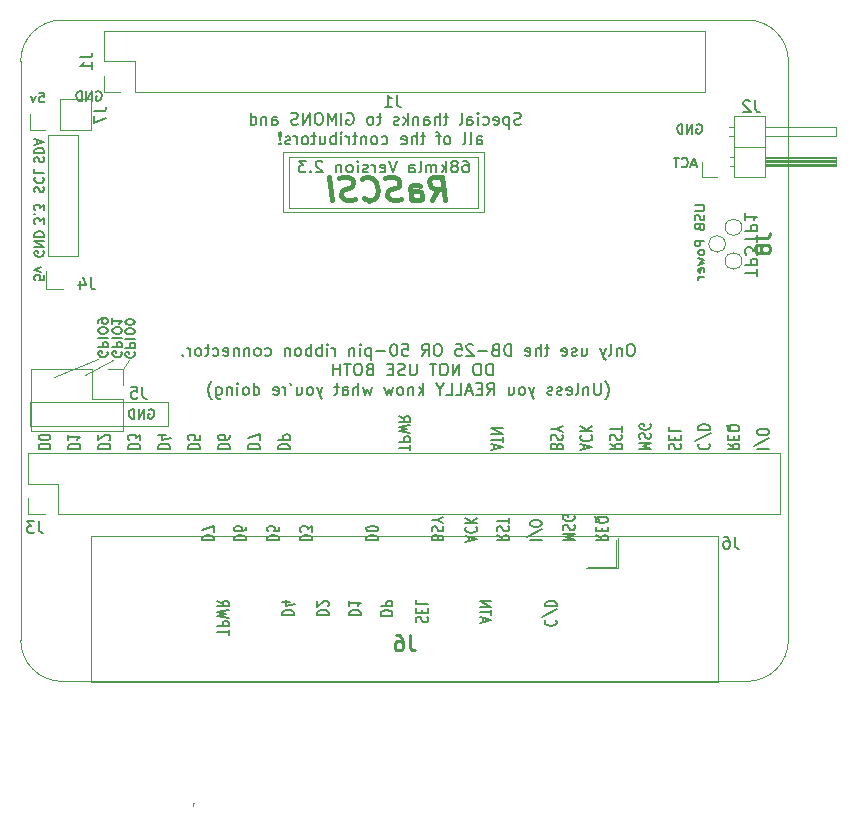
<source format=gbr>
%TF.GenerationSoftware,KiCad,Pcbnew,(5.1.4)-1*%
%TF.CreationDate,2020-09-15T17:58:07-05:00*%
%TF.ProjectId,rascsi_2p3,72617363-7369-45f3-9270-332e6b696361,rev?*%
%TF.SameCoordinates,PX59d60c0PY325aa00*%
%TF.FileFunction,Legend,Bot*%
%TF.FilePolarity,Positive*%
%FSLAX46Y46*%
G04 Gerber Fmt 4.6, Leading zero omitted, Abs format (unit mm)*
G04 Created by KiCad (PCBNEW (5.1.4)-1) date 2020-09-15 17:58:07*
%MOMM*%
%LPD*%
G04 APERTURE LIST*
%ADD10C,0.150000*%
%ADD11C,0.120000*%
%ADD12C,0.230000*%
%ADD13C,0.400000*%
%ADD14C,0.050000*%
%ADD15C,0.100000*%
%ADD16C,0.254000*%
G04 APERTURE END LIST*
D10*
X132032261Y-17138380D02*
X131841785Y-17138380D01*
X131746547Y-17186000D01*
X131651309Y-17281238D01*
X131603690Y-17471714D01*
X131603690Y-17805047D01*
X131651309Y-17995523D01*
X131746547Y-18090761D01*
X131841785Y-18138380D01*
X132032261Y-18138380D01*
X132127500Y-18090761D01*
X132222738Y-17995523D01*
X132270357Y-17805047D01*
X132270357Y-17471714D01*
X132222738Y-17281238D01*
X132127500Y-17186000D01*
X132032261Y-17138380D01*
X131175119Y-17471714D02*
X131175119Y-18138380D01*
X131175119Y-17566952D02*
X131127500Y-17519333D01*
X131032261Y-17471714D01*
X130889404Y-17471714D01*
X130794166Y-17519333D01*
X130746547Y-17614571D01*
X130746547Y-18138380D01*
X130127500Y-18138380D02*
X130222738Y-18090761D01*
X130270357Y-17995523D01*
X130270357Y-17138380D01*
X129841785Y-17471714D02*
X129603690Y-18138380D01*
X129365595Y-17471714D02*
X129603690Y-18138380D01*
X129698928Y-18376476D01*
X129746547Y-18424095D01*
X129841785Y-18471714D01*
X127794166Y-17471714D02*
X127794166Y-18138380D01*
X128222738Y-17471714D02*
X128222738Y-17995523D01*
X128175119Y-18090761D01*
X128079880Y-18138380D01*
X127937023Y-18138380D01*
X127841785Y-18090761D01*
X127794166Y-18043142D01*
X127365595Y-18090761D02*
X127270357Y-18138380D01*
X127079880Y-18138380D01*
X126984642Y-18090761D01*
X126937023Y-17995523D01*
X126937023Y-17947904D01*
X126984642Y-17852666D01*
X127079880Y-17805047D01*
X127222738Y-17805047D01*
X127317976Y-17757428D01*
X127365595Y-17662190D01*
X127365595Y-17614571D01*
X127317976Y-17519333D01*
X127222738Y-17471714D01*
X127079880Y-17471714D01*
X126984642Y-17519333D01*
X126127500Y-18090761D02*
X126222738Y-18138380D01*
X126413214Y-18138380D01*
X126508452Y-18090761D01*
X126556071Y-17995523D01*
X126556071Y-17614571D01*
X126508452Y-17519333D01*
X126413214Y-17471714D01*
X126222738Y-17471714D01*
X126127500Y-17519333D01*
X126079880Y-17614571D01*
X126079880Y-17709809D01*
X126556071Y-17805047D01*
X125032261Y-17471714D02*
X124651309Y-17471714D01*
X124889404Y-17138380D02*
X124889404Y-17995523D01*
X124841785Y-18090761D01*
X124746547Y-18138380D01*
X124651309Y-18138380D01*
X124317976Y-18138380D02*
X124317976Y-17138380D01*
X123889404Y-18138380D02*
X123889404Y-17614571D01*
X123937023Y-17519333D01*
X124032261Y-17471714D01*
X124175119Y-17471714D01*
X124270357Y-17519333D01*
X124317976Y-17566952D01*
X123032261Y-18090761D02*
X123127500Y-18138380D01*
X123317976Y-18138380D01*
X123413214Y-18090761D01*
X123460833Y-17995523D01*
X123460833Y-17614571D01*
X123413214Y-17519333D01*
X123317976Y-17471714D01*
X123127500Y-17471714D01*
X123032261Y-17519333D01*
X122984642Y-17614571D01*
X122984642Y-17709809D01*
X123460833Y-17805047D01*
X121794166Y-18138380D02*
X121794166Y-17138380D01*
X121556071Y-17138380D01*
X121413214Y-17186000D01*
X121317976Y-17281238D01*
X121270357Y-17376476D01*
X121222738Y-17566952D01*
X121222738Y-17709809D01*
X121270357Y-17900285D01*
X121317976Y-17995523D01*
X121413214Y-18090761D01*
X121556071Y-18138380D01*
X121794166Y-18138380D01*
X120460833Y-17614571D02*
X120317976Y-17662190D01*
X120270357Y-17709809D01*
X120222738Y-17805047D01*
X120222738Y-17947904D01*
X120270357Y-18043142D01*
X120317976Y-18090761D01*
X120413214Y-18138380D01*
X120794166Y-18138380D01*
X120794166Y-17138380D01*
X120460833Y-17138380D01*
X120365595Y-17186000D01*
X120317976Y-17233619D01*
X120270357Y-17328857D01*
X120270357Y-17424095D01*
X120317976Y-17519333D01*
X120365595Y-17566952D01*
X120460833Y-17614571D01*
X120794166Y-17614571D01*
X119794166Y-17757428D02*
X119032261Y-17757428D01*
X118603690Y-17233619D02*
X118556071Y-17186000D01*
X118460833Y-17138380D01*
X118222738Y-17138380D01*
X118127500Y-17186000D01*
X118079880Y-17233619D01*
X118032261Y-17328857D01*
X118032261Y-17424095D01*
X118079880Y-17566952D01*
X118651309Y-18138380D01*
X118032261Y-18138380D01*
X117127500Y-17138380D02*
X117603690Y-17138380D01*
X117651309Y-17614571D01*
X117603690Y-17566952D01*
X117508452Y-17519333D01*
X117270357Y-17519333D01*
X117175119Y-17566952D01*
X117127500Y-17614571D01*
X117079880Y-17709809D01*
X117079880Y-17947904D01*
X117127500Y-18043142D01*
X117175119Y-18090761D01*
X117270357Y-18138380D01*
X117508452Y-18138380D01*
X117603690Y-18090761D01*
X117651309Y-18043142D01*
X115698928Y-17138380D02*
X115508452Y-17138380D01*
X115413214Y-17186000D01*
X115317976Y-17281238D01*
X115270357Y-17471714D01*
X115270357Y-17805047D01*
X115317976Y-17995523D01*
X115413214Y-18090761D01*
X115508452Y-18138380D01*
X115698928Y-18138380D01*
X115794166Y-18090761D01*
X115889404Y-17995523D01*
X115937023Y-17805047D01*
X115937023Y-17471714D01*
X115889404Y-17281238D01*
X115794166Y-17186000D01*
X115698928Y-17138380D01*
X114270357Y-18138380D02*
X114603690Y-17662190D01*
X114841785Y-18138380D02*
X114841785Y-17138380D01*
X114460833Y-17138380D01*
X114365595Y-17186000D01*
X114317976Y-17233619D01*
X114270357Y-17328857D01*
X114270357Y-17471714D01*
X114317976Y-17566952D01*
X114365595Y-17614571D01*
X114460833Y-17662190D01*
X114841785Y-17662190D01*
X112603690Y-17138380D02*
X113079880Y-17138380D01*
X113127500Y-17614571D01*
X113079880Y-17566952D01*
X112984642Y-17519333D01*
X112746547Y-17519333D01*
X112651309Y-17566952D01*
X112603690Y-17614571D01*
X112556071Y-17709809D01*
X112556071Y-17947904D01*
X112603690Y-18043142D01*
X112651309Y-18090761D01*
X112746547Y-18138380D01*
X112984642Y-18138380D01*
X113079880Y-18090761D01*
X113127500Y-18043142D01*
X111937023Y-17138380D02*
X111841785Y-17138380D01*
X111746547Y-17186000D01*
X111698928Y-17233619D01*
X111651309Y-17328857D01*
X111603690Y-17519333D01*
X111603690Y-17757428D01*
X111651309Y-17947904D01*
X111698928Y-18043142D01*
X111746547Y-18090761D01*
X111841785Y-18138380D01*
X111937023Y-18138380D01*
X112032261Y-18090761D01*
X112079880Y-18043142D01*
X112127500Y-17947904D01*
X112175119Y-17757428D01*
X112175119Y-17519333D01*
X112127500Y-17328857D01*
X112079880Y-17233619D01*
X112032261Y-17186000D01*
X111937023Y-17138380D01*
X111175119Y-17757428D02*
X110413214Y-17757428D01*
X109937023Y-17471714D02*
X109937023Y-18471714D01*
X109937023Y-17519333D02*
X109841785Y-17471714D01*
X109651309Y-17471714D01*
X109556071Y-17519333D01*
X109508452Y-17566952D01*
X109460833Y-17662190D01*
X109460833Y-17947904D01*
X109508452Y-18043142D01*
X109556071Y-18090761D01*
X109651309Y-18138380D01*
X109841785Y-18138380D01*
X109937023Y-18090761D01*
X109032261Y-18138380D02*
X109032261Y-17471714D01*
X109032261Y-17138380D02*
X109079880Y-17186000D01*
X109032261Y-17233619D01*
X108984642Y-17186000D01*
X109032261Y-17138380D01*
X109032261Y-17233619D01*
X108556071Y-17471714D02*
X108556071Y-18138380D01*
X108556071Y-17566952D02*
X108508452Y-17519333D01*
X108413214Y-17471714D01*
X108270357Y-17471714D01*
X108175119Y-17519333D01*
X108127500Y-17614571D01*
X108127500Y-18138380D01*
X106889404Y-18138380D02*
X106889404Y-17471714D01*
X106889404Y-17662190D02*
X106841785Y-17566952D01*
X106794166Y-17519333D01*
X106698928Y-17471714D01*
X106603690Y-17471714D01*
X106270357Y-18138380D02*
X106270357Y-17471714D01*
X106270357Y-17138380D02*
X106317976Y-17186000D01*
X106270357Y-17233619D01*
X106222738Y-17186000D01*
X106270357Y-17138380D01*
X106270357Y-17233619D01*
X105794166Y-18138380D02*
X105794166Y-17138380D01*
X105794166Y-17519333D02*
X105698928Y-17471714D01*
X105508452Y-17471714D01*
X105413214Y-17519333D01*
X105365595Y-17566952D01*
X105317976Y-17662190D01*
X105317976Y-17947904D01*
X105365595Y-18043142D01*
X105413214Y-18090761D01*
X105508452Y-18138380D01*
X105698928Y-18138380D01*
X105794166Y-18090761D01*
X104889404Y-18138380D02*
X104889404Y-17138380D01*
X104889404Y-17519333D02*
X104794166Y-17471714D01*
X104603690Y-17471714D01*
X104508452Y-17519333D01*
X104460833Y-17566952D01*
X104413214Y-17662190D01*
X104413214Y-17947904D01*
X104460833Y-18043142D01*
X104508452Y-18090761D01*
X104603690Y-18138380D01*
X104794166Y-18138380D01*
X104889404Y-18090761D01*
X103841785Y-18138380D02*
X103937023Y-18090761D01*
X103984642Y-18043142D01*
X104032261Y-17947904D01*
X104032261Y-17662190D01*
X103984642Y-17566952D01*
X103937023Y-17519333D01*
X103841785Y-17471714D01*
X103698928Y-17471714D01*
X103603690Y-17519333D01*
X103556071Y-17566952D01*
X103508452Y-17662190D01*
X103508452Y-17947904D01*
X103556071Y-18043142D01*
X103603690Y-18090761D01*
X103698928Y-18138380D01*
X103841785Y-18138380D01*
X103079880Y-17471714D02*
X103079880Y-18138380D01*
X103079880Y-17566952D02*
X103032261Y-17519333D01*
X102937023Y-17471714D01*
X102794166Y-17471714D01*
X102698928Y-17519333D01*
X102651309Y-17614571D01*
X102651309Y-18138380D01*
X100984642Y-18090761D02*
X101079880Y-18138380D01*
X101270357Y-18138380D01*
X101365595Y-18090761D01*
X101413214Y-18043142D01*
X101460833Y-17947904D01*
X101460833Y-17662190D01*
X101413214Y-17566952D01*
X101365595Y-17519333D01*
X101270357Y-17471714D01*
X101079880Y-17471714D01*
X100984642Y-17519333D01*
X100413214Y-18138380D02*
X100508452Y-18090761D01*
X100556071Y-18043142D01*
X100603690Y-17947904D01*
X100603690Y-17662190D01*
X100556071Y-17566952D01*
X100508452Y-17519333D01*
X100413214Y-17471714D01*
X100270357Y-17471714D01*
X100175119Y-17519333D01*
X100127500Y-17566952D01*
X100079880Y-17662190D01*
X100079880Y-17947904D01*
X100127500Y-18043142D01*
X100175119Y-18090761D01*
X100270357Y-18138380D01*
X100413214Y-18138380D01*
X99651309Y-17471714D02*
X99651309Y-18138380D01*
X99651309Y-17566952D02*
X99603690Y-17519333D01*
X99508452Y-17471714D01*
X99365595Y-17471714D01*
X99270357Y-17519333D01*
X99222738Y-17614571D01*
X99222738Y-18138380D01*
X98746547Y-17471714D02*
X98746547Y-18138380D01*
X98746547Y-17566952D02*
X98698928Y-17519333D01*
X98603690Y-17471714D01*
X98460833Y-17471714D01*
X98365595Y-17519333D01*
X98317976Y-17614571D01*
X98317976Y-18138380D01*
X97460833Y-18090761D02*
X97556071Y-18138380D01*
X97746547Y-18138380D01*
X97841785Y-18090761D01*
X97889404Y-17995523D01*
X97889404Y-17614571D01*
X97841785Y-17519333D01*
X97746547Y-17471714D01*
X97556071Y-17471714D01*
X97460833Y-17519333D01*
X97413214Y-17614571D01*
X97413214Y-17709809D01*
X97889404Y-17805047D01*
X96556071Y-18090761D02*
X96651309Y-18138380D01*
X96841785Y-18138380D01*
X96937023Y-18090761D01*
X96984642Y-18043142D01*
X97032261Y-17947904D01*
X97032261Y-17662190D01*
X96984642Y-17566952D01*
X96937023Y-17519333D01*
X96841785Y-17471714D01*
X96651309Y-17471714D01*
X96556071Y-17519333D01*
X96270357Y-17471714D02*
X95889404Y-17471714D01*
X96127500Y-17138380D02*
X96127500Y-17995523D01*
X96079880Y-18090761D01*
X95984642Y-18138380D01*
X95889404Y-18138380D01*
X95413214Y-18138380D02*
X95508452Y-18090761D01*
X95556071Y-18043142D01*
X95603690Y-17947904D01*
X95603690Y-17662190D01*
X95556071Y-17566952D01*
X95508452Y-17519333D01*
X95413214Y-17471714D01*
X95270357Y-17471714D01*
X95175119Y-17519333D01*
X95127500Y-17566952D01*
X95079880Y-17662190D01*
X95079880Y-17947904D01*
X95127500Y-18043142D01*
X95175119Y-18090761D01*
X95270357Y-18138380D01*
X95413214Y-18138380D01*
X94651309Y-18138380D02*
X94651309Y-17471714D01*
X94651309Y-17662190D02*
X94603690Y-17566952D01*
X94556071Y-17519333D01*
X94460833Y-17471714D01*
X94365595Y-17471714D01*
X94032261Y-18043142D02*
X93984642Y-18090761D01*
X94032261Y-18138380D01*
X94079880Y-18090761D01*
X94032261Y-18043142D01*
X94032261Y-18138380D01*
X120246547Y-19788380D02*
X120246547Y-18788380D01*
X120008452Y-18788380D01*
X119865595Y-18836000D01*
X119770357Y-18931238D01*
X119722738Y-19026476D01*
X119675119Y-19216952D01*
X119675119Y-19359809D01*
X119722738Y-19550285D01*
X119770357Y-19645523D01*
X119865595Y-19740761D01*
X120008452Y-19788380D01*
X120246547Y-19788380D01*
X119056071Y-18788380D02*
X118865595Y-18788380D01*
X118770357Y-18836000D01*
X118675119Y-18931238D01*
X118627500Y-19121714D01*
X118627500Y-19455047D01*
X118675119Y-19645523D01*
X118770357Y-19740761D01*
X118865595Y-19788380D01*
X119056071Y-19788380D01*
X119151309Y-19740761D01*
X119246547Y-19645523D01*
X119294166Y-19455047D01*
X119294166Y-19121714D01*
X119246547Y-18931238D01*
X119151309Y-18836000D01*
X119056071Y-18788380D01*
X117437023Y-19788380D02*
X117437023Y-18788380D01*
X116865595Y-19788380D01*
X116865595Y-18788380D01*
X116198928Y-18788380D02*
X116008452Y-18788380D01*
X115913214Y-18836000D01*
X115817976Y-18931238D01*
X115770357Y-19121714D01*
X115770357Y-19455047D01*
X115817976Y-19645523D01*
X115913214Y-19740761D01*
X116008452Y-19788380D01*
X116198928Y-19788380D01*
X116294166Y-19740761D01*
X116389404Y-19645523D01*
X116437023Y-19455047D01*
X116437023Y-19121714D01*
X116389404Y-18931238D01*
X116294166Y-18836000D01*
X116198928Y-18788380D01*
X115484642Y-18788380D02*
X114913214Y-18788380D01*
X115198928Y-19788380D02*
X115198928Y-18788380D01*
X113817976Y-18788380D02*
X113817976Y-19597904D01*
X113770357Y-19693142D01*
X113722738Y-19740761D01*
X113627500Y-19788380D01*
X113437023Y-19788380D01*
X113341785Y-19740761D01*
X113294166Y-19693142D01*
X113246547Y-19597904D01*
X113246547Y-18788380D01*
X112817976Y-19740761D02*
X112675119Y-19788380D01*
X112437023Y-19788380D01*
X112341785Y-19740761D01*
X112294166Y-19693142D01*
X112246547Y-19597904D01*
X112246547Y-19502666D01*
X112294166Y-19407428D01*
X112341785Y-19359809D01*
X112437023Y-19312190D01*
X112627500Y-19264571D01*
X112722738Y-19216952D01*
X112770357Y-19169333D01*
X112817976Y-19074095D01*
X112817976Y-18978857D01*
X112770357Y-18883619D01*
X112722738Y-18836000D01*
X112627500Y-18788380D01*
X112389404Y-18788380D01*
X112246547Y-18836000D01*
X111817976Y-19264571D02*
X111484642Y-19264571D01*
X111341785Y-19788380D02*
X111817976Y-19788380D01*
X111817976Y-18788380D01*
X111341785Y-18788380D01*
X109817976Y-19264571D02*
X109675119Y-19312190D01*
X109627500Y-19359809D01*
X109579880Y-19455047D01*
X109579880Y-19597904D01*
X109627500Y-19693142D01*
X109675119Y-19740761D01*
X109770357Y-19788380D01*
X110151309Y-19788380D01*
X110151309Y-18788380D01*
X109817976Y-18788380D01*
X109722738Y-18836000D01*
X109675119Y-18883619D01*
X109627500Y-18978857D01*
X109627500Y-19074095D01*
X109675119Y-19169333D01*
X109722738Y-19216952D01*
X109817976Y-19264571D01*
X110151309Y-19264571D01*
X108960833Y-18788380D02*
X108770357Y-18788380D01*
X108675119Y-18836000D01*
X108579880Y-18931238D01*
X108532261Y-19121714D01*
X108532261Y-19455047D01*
X108579880Y-19645523D01*
X108675119Y-19740761D01*
X108770357Y-19788380D01*
X108960833Y-19788380D01*
X109056071Y-19740761D01*
X109151309Y-19645523D01*
X109198928Y-19455047D01*
X109198928Y-19121714D01*
X109151309Y-18931238D01*
X109056071Y-18836000D01*
X108960833Y-18788380D01*
X108246547Y-18788380D02*
X107675119Y-18788380D01*
X107960833Y-19788380D02*
X107960833Y-18788380D01*
X107341785Y-19788380D02*
X107341785Y-18788380D01*
X107341785Y-19264571D02*
X106770357Y-19264571D01*
X106770357Y-19788380D02*
X106770357Y-18788380D01*
X129794166Y-21819333D02*
X129841785Y-21771714D01*
X129937023Y-21628857D01*
X129984642Y-21533619D01*
X130032261Y-21390761D01*
X130079880Y-21152666D01*
X130079880Y-20962190D01*
X130032261Y-20724095D01*
X129984642Y-20581238D01*
X129937023Y-20486000D01*
X129841785Y-20343142D01*
X129794166Y-20295523D01*
X129413214Y-20438380D02*
X129413214Y-21247904D01*
X129365595Y-21343142D01*
X129317976Y-21390761D01*
X129222738Y-21438380D01*
X129032261Y-21438380D01*
X128937023Y-21390761D01*
X128889404Y-21343142D01*
X128841785Y-21247904D01*
X128841785Y-20438380D01*
X128365595Y-20771714D02*
X128365595Y-21438380D01*
X128365595Y-20866952D02*
X128317976Y-20819333D01*
X128222738Y-20771714D01*
X128079880Y-20771714D01*
X127984642Y-20819333D01*
X127937023Y-20914571D01*
X127937023Y-21438380D01*
X127317976Y-21438380D02*
X127413214Y-21390761D01*
X127460833Y-21295523D01*
X127460833Y-20438380D01*
X126556071Y-21390761D02*
X126651309Y-21438380D01*
X126841785Y-21438380D01*
X126937023Y-21390761D01*
X126984642Y-21295523D01*
X126984642Y-20914571D01*
X126937023Y-20819333D01*
X126841785Y-20771714D01*
X126651309Y-20771714D01*
X126556071Y-20819333D01*
X126508452Y-20914571D01*
X126508452Y-21009809D01*
X126984642Y-21105047D01*
X126127500Y-21390761D02*
X126032261Y-21438380D01*
X125841785Y-21438380D01*
X125746547Y-21390761D01*
X125698928Y-21295523D01*
X125698928Y-21247904D01*
X125746547Y-21152666D01*
X125841785Y-21105047D01*
X125984642Y-21105047D01*
X126079880Y-21057428D01*
X126127500Y-20962190D01*
X126127500Y-20914571D01*
X126079880Y-20819333D01*
X125984642Y-20771714D01*
X125841785Y-20771714D01*
X125746547Y-20819333D01*
X125317976Y-21390761D02*
X125222738Y-21438380D01*
X125032261Y-21438380D01*
X124937023Y-21390761D01*
X124889404Y-21295523D01*
X124889404Y-21247904D01*
X124937023Y-21152666D01*
X125032261Y-21105047D01*
X125175119Y-21105047D01*
X125270357Y-21057428D01*
X125317976Y-20962190D01*
X125317976Y-20914571D01*
X125270357Y-20819333D01*
X125175119Y-20771714D01*
X125032261Y-20771714D01*
X124937023Y-20819333D01*
X123794166Y-20771714D02*
X123556071Y-21438380D01*
X123317976Y-20771714D02*
X123556071Y-21438380D01*
X123651309Y-21676476D01*
X123698928Y-21724095D01*
X123794166Y-21771714D01*
X122794166Y-21438380D02*
X122889404Y-21390761D01*
X122937023Y-21343142D01*
X122984642Y-21247904D01*
X122984642Y-20962190D01*
X122937023Y-20866952D01*
X122889404Y-20819333D01*
X122794166Y-20771714D01*
X122651309Y-20771714D01*
X122556071Y-20819333D01*
X122508452Y-20866952D01*
X122460833Y-20962190D01*
X122460833Y-21247904D01*
X122508452Y-21343142D01*
X122556071Y-21390761D01*
X122651309Y-21438380D01*
X122794166Y-21438380D01*
X121603690Y-20771714D02*
X121603690Y-21438380D01*
X122032261Y-20771714D02*
X122032261Y-21295523D01*
X121984642Y-21390761D01*
X121889404Y-21438380D01*
X121746547Y-21438380D01*
X121651309Y-21390761D01*
X121603690Y-21343142D01*
X119794166Y-21438380D02*
X120127500Y-20962190D01*
X120365595Y-21438380D02*
X120365595Y-20438380D01*
X119984642Y-20438380D01*
X119889404Y-20486000D01*
X119841785Y-20533619D01*
X119794166Y-20628857D01*
X119794166Y-20771714D01*
X119841785Y-20866952D01*
X119889404Y-20914571D01*
X119984642Y-20962190D01*
X120365595Y-20962190D01*
X119365595Y-20914571D02*
X119032261Y-20914571D01*
X118889404Y-21438380D02*
X119365595Y-21438380D01*
X119365595Y-20438380D01*
X118889404Y-20438380D01*
X118508452Y-21152666D02*
X118032261Y-21152666D01*
X118603690Y-21438380D02*
X118270357Y-20438380D01*
X117937023Y-21438380D01*
X117127500Y-21438380D02*
X117603690Y-21438380D01*
X117603690Y-20438380D01*
X116317976Y-21438380D02*
X116794166Y-21438380D01*
X116794166Y-20438380D01*
X115794166Y-20962190D02*
X115794166Y-21438380D01*
X116127500Y-20438380D02*
X115794166Y-20962190D01*
X115460833Y-20438380D01*
X114365595Y-21438380D02*
X114365595Y-20438380D01*
X114270357Y-21057428D02*
X113984642Y-21438380D01*
X113984642Y-20771714D02*
X114365595Y-21152666D01*
X113556071Y-20771714D02*
X113556071Y-21438380D01*
X113556071Y-20866952D02*
X113508452Y-20819333D01*
X113413214Y-20771714D01*
X113270357Y-20771714D01*
X113175119Y-20819333D01*
X113127500Y-20914571D01*
X113127500Y-21438380D01*
X112508452Y-21438380D02*
X112603690Y-21390761D01*
X112651309Y-21343142D01*
X112698928Y-21247904D01*
X112698928Y-20962190D01*
X112651309Y-20866952D01*
X112603690Y-20819333D01*
X112508452Y-20771714D01*
X112365595Y-20771714D01*
X112270357Y-20819333D01*
X112222738Y-20866952D01*
X112175119Y-20962190D01*
X112175119Y-21247904D01*
X112222738Y-21343142D01*
X112270357Y-21390761D01*
X112365595Y-21438380D01*
X112508452Y-21438380D01*
X111841785Y-20771714D02*
X111651309Y-21438380D01*
X111460833Y-20962190D01*
X111270357Y-21438380D01*
X111079880Y-20771714D01*
X110032261Y-20771714D02*
X109841785Y-21438380D01*
X109651309Y-20962190D01*
X109460833Y-21438380D01*
X109270357Y-20771714D01*
X108889404Y-21438380D02*
X108889404Y-20438380D01*
X108460833Y-21438380D02*
X108460833Y-20914571D01*
X108508452Y-20819333D01*
X108603690Y-20771714D01*
X108746547Y-20771714D01*
X108841785Y-20819333D01*
X108889404Y-20866952D01*
X107556071Y-21438380D02*
X107556071Y-20914571D01*
X107603690Y-20819333D01*
X107698928Y-20771714D01*
X107889404Y-20771714D01*
X107984642Y-20819333D01*
X107556071Y-21390761D02*
X107651309Y-21438380D01*
X107889404Y-21438380D01*
X107984642Y-21390761D01*
X108032261Y-21295523D01*
X108032261Y-21200285D01*
X107984642Y-21105047D01*
X107889404Y-21057428D01*
X107651309Y-21057428D01*
X107556071Y-21009809D01*
X107222738Y-20771714D02*
X106841785Y-20771714D01*
X107079880Y-20438380D02*
X107079880Y-21295523D01*
X107032261Y-21390761D01*
X106937023Y-21438380D01*
X106841785Y-21438380D01*
X105841785Y-20771714D02*
X105603690Y-21438380D01*
X105365595Y-20771714D02*
X105603690Y-21438380D01*
X105698928Y-21676476D01*
X105746547Y-21724095D01*
X105841785Y-21771714D01*
X104841785Y-21438380D02*
X104937023Y-21390761D01*
X104984642Y-21343142D01*
X105032261Y-21247904D01*
X105032261Y-20962190D01*
X104984642Y-20866952D01*
X104937023Y-20819333D01*
X104841785Y-20771714D01*
X104698928Y-20771714D01*
X104603690Y-20819333D01*
X104556071Y-20866952D01*
X104508452Y-20962190D01*
X104508452Y-21247904D01*
X104556071Y-21343142D01*
X104603690Y-21390761D01*
X104698928Y-21438380D01*
X104841785Y-21438380D01*
X103651309Y-20771714D02*
X103651309Y-21438380D01*
X104079880Y-20771714D02*
X104079880Y-21295523D01*
X104032261Y-21390761D01*
X103937023Y-21438380D01*
X103794166Y-21438380D01*
X103698928Y-21390761D01*
X103651309Y-21343142D01*
X103127500Y-20438380D02*
X103222738Y-20628857D01*
X102698928Y-21438380D02*
X102698928Y-20771714D01*
X102698928Y-20962190D02*
X102651309Y-20866952D01*
X102603690Y-20819333D01*
X102508452Y-20771714D01*
X102413214Y-20771714D01*
X101698928Y-21390761D02*
X101794166Y-21438380D01*
X101984642Y-21438380D01*
X102079880Y-21390761D01*
X102127500Y-21295523D01*
X102127500Y-20914571D01*
X102079880Y-20819333D01*
X101984642Y-20771714D01*
X101794166Y-20771714D01*
X101698928Y-20819333D01*
X101651309Y-20914571D01*
X101651309Y-21009809D01*
X102127500Y-21105047D01*
X100032261Y-21438380D02*
X100032261Y-20438380D01*
X100032261Y-21390761D02*
X100127500Y-21438380D01*
X100317976Y-21438380D01*
X100413214Y-21390761D01*
X100460833Y-21343142D01*
X100508452Y-21247904D01*
X100508452Y-20962190D01*
X100460833Y-20866952D01*
X100413214Y-20819333D01*
X100317976Y-20771714D01*
X100127500Y-20771714D01*
X100032261Y-20819333D01*
X99413214Y-21438380D02*
X99508452Y-21390761D01*
X99556071Y-21343142D01*
X99603690Y-21247904D01*
X99603690Y-20962190D01*
X99556071Y-20866952D01*
X99508452Y-20819333D01*
X99413214Y-20771714D01*
X99270357Y-20771714D01*
X99175119Y-20819333D01*
X99127500Y-20866952D01*
X99079880Y-20962190D01*
X99079880Y-21247904D01*
X99127500Y-21343142D01*
X99175119Y-21390761D01*
X99270357Y-21438380D01*
X99413214Y-21438380D01*
X98651309Y-21438380D02*
X98651309Y-20771714D01*
X98651309Y-20438380D02*
X98698928Y-20486000D01*
X98651309Y-20533619D01*
X98603690Y-20486000D01*
X98651309Y-20438380D01*
X98651309Y-20533619D01*
X98175119Y-20771714D02*
X98175119Y-21438380D01*
X98175119Y-20866952D02*
X98127500Y-20819333D01*
X98032261Y-20771714D01*
X97889404Y-20771714D01*
X97794166Y-20819333D01*
X97746547Y-20914571D01*
X97746547Y-21438380D01*
X96841785Y-20771714D02*
X96841785Y-21581238D01*
X96889404Y-21676476D01*
X96937023Y-21724095D01*
X97032261Y-21771714D01*
X97175119Y-21771714D01*
X97270357Y-21724095D01*
X96841785Y-21390761D02*
X96937023Y-21438380D01*
X97127500Y-21438380D01*
X97222738Y-21390761D01*
X97270357Y-21343142D01*
X97317976Y-21247904D01*
X97317976Y-20962190D01*
X97270357Y-20866952D01*
X97222738Y-20819333D01*
X97127500Y-20771714D01*
X96937023Y-20771714D01*
X96841785Y-20819333D01*
X96460833Y-21819333D02*
X96413214Y-21771714D01*
X96317976Y-21628857D01*
X96270357Y-21533619D01*
X96222738Y-21390761D01*
X96175119Y-21152666D01*
X96175119Y-20962190D01*
X96222738Y-20724095D01*
X96270357Y-20581238D01*
X96317976Y-20486000D01*
X96413214Y-20343142D01*
X96460833Y-20295523D01*
X123406619Y-33769476D02*
X124406619Y-33769476D01*
X124454238Y-32817095D02*
X123168523Y-33502809D01*
X124406619Y-32398047D02*
X124406619Y-32245666D01*
X124359000Y-32169476D01*
X124263761Y-32093285D01*
X124073285Y-32055190D01*
X123739952Y-32055190D01*
X123549476Y-32093285D01*
X123454238Y-32169476D01*
X123406619Y-32245666D01*
X123406619Y-32398047D01*
X123454238Y-32474238D01*
X123549476Y-32550428D01*
X123739952Y-32588523D01*
X124073285Y-32588523D01*
X124263761Y-32550428D01*
X124359000Y-32474238D01*
X124406619Y-32398047D01*
X120612619Y-33312333D02*
X121088809Y-33578999D01*
X120612619Y-33769476D02*
X121612619Y-33769476D01*
X121612619Y-33464714D01*
X121565000Y-33388523D01*
X121517380Y-33350428D01*
X121422142Y-33312333D01*
X121279285Y-33312333D01*
X121184047Y-33350428D01*
X121136428Y-33388523D01*
X121088809Y-33464714D01*
X121088809Y-33769476D01*
X120660238Y-33007571D02*
X120612619Y-32893285D01*
X120612619Y-32702809D01*
X120660238Y-32626618D01*
X120707857Y-32588523D01*
X120803095Y-32550428D01*
X120898333Y-32550428D01*
X120993571Y-32588523D01*
X121041190Y-32626618D01*
X121088809Y-32702809D01*
X121136428Y-32855190D01*
X121184047Y-32931380D01*
X121231666Y-32969476D01*
X121326904Y-33007571D01*
X121422142Y-33007571D01*
X121517380Y-32969476D01*
X121565000Y-32931380D01*
X121612619Y-32855190D01*
X121612619Y-32664714D01*
X121565000Y-32550428D01*
X121612619Y-32321857D02*
X121612619Y-31864714D01*
X120612619Y-32093285D02*
X121612619Y-32093285D01*
X113802238Y-40697285D02*
X113754619Y-40583000D01*
X113754619Y-40392523D01*
X113802238Y-40316333D01*
X113849857Y-40278238D01*
X113945095Y-40240142D01*
X114040333Y-40240142D01*
X114135571Y-40278238D01*
X114183190Y-40316333D01*
X114230809Y-40392523D01*
X114278428Y-40544904D01*
X114326047Y-40621095D01*
X114373666Y-40659190D01*
X114468904Y-40697285D01*
X114564142Y-40697285D01*
X114659380Y-40659190D01*
X114707000Y-40621095D01*
X114754619Y-40544904D01*
X114754619Y-40354428D01*
X114707000Y-40240142D01*
X114278428Y-39897285D02*
X114278428Y-39630619D01*
X113754619Y-39516333D02*
X113754619Y-39897285D01*
X114754619Y-39897285D01*
X114754619Y-39516333D01*
X113754619Y-38792523D02*
X113754619Y-39173476D01*
X114754619Y-39173476D01*
X109563619Y-33769476D02*
X110563619Y-33769476D01*
X110563619Y-33579000D01*
X110516000Y-33464714D01*
X110420761Y-33388523D01*
X110325523Y-33350428D01*
X110135047Y-33312333D01*
X109992190Y-33312333D01*
X109801714Y-33350428D01*
X109706476Y-33388523D01*
X109611238Y-33464714D01*
X109563619Y-33579000D01*
X109563619Y-33769476D01*
X110563619Y-32817095D02*
X110563619Y-32740904D01*
X110516000Y-32664714D01*
X110468380Y-32626619D01*
X110373142Y-32588523D01*
X110182666Y-32550428D01*
X109944571Y-32550428D01*
X109754095Y-32588523D01*
X109658857Y-32626619D01*
X109611238Y-32664714D01*
X109563619Y-32740904D01*
X109563619Y-32817095D01*
X109611238Y-32893285D01*
X109658857Y-32931380D01*
X109754095Y-32969476D01*
X109944571Y-33007571D01*
X110182666Y-33007571D01*
X110373142Y-32969476D01*
X110468380Y-32931380D01*
X110516000Y-32893285D01*
X110563619Y-32817095D01*
X101181619Y-33769476D02*
X102181619Y-33769476D01*
X102181619Y-33579000D01*
X102134000Y-33464714D01*
X102038761Y-33388523D01*
X101943523Y-33350428D01*
X101753047Y-33312333D01*
X101610190Y-33312333D01*
X101419714Y-33350428D01*
X101324476Y-33388523D01*
X101229238Y-33464714D01*
X101181619Y-33579000D01*
X101181619Y-33769476D01*
X102181619Y-32588523D02*
X102181619Y-32969476D01*
X101705428Y-33007571D01*
X101753047Y-32969476D01*
X101800666Y-32893285D01*
X101800666Y-32702809D01*
X101753047Y-32626619D01*
X101705428Y-32588523D01*
X101610190Y-32550428D01*
X101372095Y-32550428D01*
X101276857Y-32588523D01*
X101229238Y-32626619D01*
X101181619Y-32702809D01*
X101181619Y-32893285D01*
X101229238Y-32969476D01*
X101276857Y-33007571D01*
X115611928Y-33502809D02*
X115564309Y-33388523D01*
X115516690Y-33350428D01*
X115421452Y-33312333D01*
X115278595Y-33312333D01*
X115183357Y-33350428D01*
X115135738Y-33388523D01*
X115088119Y-33464714D01*
X115088119Y-33769476D01*
X116088119Y-33769476D01*
X116088119Y-33502809D01*
X116040500Y-33426619D01*
X115992880Y-33388523D01*
X115897642Y-33350428D01*
X115802404Y-33350428D01*
X115707166Y-33388523D01*
X115659547Y-33426619D01*
X115611928Y-33502809D01*
X115611928Y-33769476D01*
X115135738Y-33007571D02*
X115088119Y-32893285D01*
X115088119Y-32702809D01*
X115135738Y-32626619D01*
X115183357Y-32588523D01*
X115278595Y-32550428D01*
X115373833Y-32550428D01*
X115469071Y-32588523D01*
X115516690Y-32626619D01*
X115564309Y-32702809D01*
X115611928Y-32855190D01*
X115659547Y-32931381D01*
X115707166Y-32969476D01*
X115802404Y-33007571D01*
X115897642Y-33007571D01*
X115992880Y-32969476D01*
X116040500Y-32931381D01*
X116088119Y-32855190D01*
X116088119Y-32664714D01*
X116040500Y-32550428D01*
X115564309Y-32055190D02*
X115088119Y-32055190D01*
X116088119Y-32321857D02*
X115564309Y-32055190D01*
X116088119Y-31788523D01*
X98387619Y-33769476D02*
X99387619Y-33769476D01*
X99387619Y-33579000D01*
X99340000Y-33464714D01*
X99244761Y-33388523D01*
X99149523Y-33350428D01*
X98959047Y-33312333D01*
X98816190Y-33312333D01*
X98625714Y-33350428D01*
X98530476Y-33388523D01*
X98435238Y-33464714D01*
X98387619Y-33579000D01*
X98387619Y-33769476D01*
X99387619Y-32626619D02*
X99387619Y-32779000D01*
X99340000Y-32855190D01*
X99292380Y-32893285D01*
X99149523Y-32969476D01*
X98959047Y-33007571D01*
X98578095Y-33007571D01*
X98482857Y-32969476D01*
X98435238Y-32931380D01*
X98387619Y-32855190D01*
X98387619Y-32702809D01*
X98435238Y-32626619D01*
X98482857Y-32588523D01*
X98578095Y-32550428D01*
X98816190Y-32550428D01*
X98911428Y-32588523D01*
X98959047Y-32626619D01*
X99006666Y-32702809D01*
X99006666Y-32855190D01*
X98959047Y-32931380D01*
X98911428Y-32969476D01*
X98816190Y-33007571D01*
X108103119Y-40087762D02*
X109103119Y-40087762D01*
X109103119Y-39897286D01*
X109055500Y-39783000D01*
X108960261Y-39706809D01*
X108865023Y-39668714D01*
X108674547Y-39630619D01*
X108531690Y-39630619D01*
X108341214Y-39668714D01*
X108245976Y-39706809D01*
X108150738Y-39783000D01*
X108103119Y-39897286D01*
X108103119Y-40087762D01*
X108103119Y-38868714D02*
X108103119Y-39325857D01*
X108103119Y-39097286D02*
X109103119Y-39097286D01*
X108960261Y-39173476D01*
X108865023Y-39249666D01*
X108817404Y-39325857D01*
X102451619Y-40087762D02*
X103451619Y-40087762D01*
X103451619Y-39897286D01*
X103404000Y-39783000D01*
X103308761Y-39706809D01*
X103213523Y-39668714D01*
X103023047Y-39630619D01*
X102880190Y-39630619D01*
X102689714Y-39668714D01*
X102594476Y-39706809D01*
X102499238Y-39783000D01*
X102451619Y-39897286D01*
X102451619Y-40087762D01*
X103118285Y-38944905D02*
X102451619Y-38944905D01*
X103499238Y-39135381D02*
X102784952Y-39325857D01*
X102784952Y-38830619D01*
X105372619Y-40087762D02*
X106372619Y-40087762D01*
X106372619Y-39897286D01*
X106325000Y-39783000D01*
X106229761Y-39706809D01*
X106134523Y-39668714D01*
X105944047Y-39630619D01*
X105801190Y-39630619D01*
X105610714Y-39668714D01*
X105515476Y-39706809D01*
X105420238Y-39783000D01*
X105372619Y-39897286D01*
X105372619Y-40087762D01*
X106277380Y-39325857D02*
X106325000Y-39287762D01*
X106372619Y-39211571D01*
X106372619Y-39021095D01*
X106325000Y-38944905D01*
X106277380Y-38906809D01*
X106182142Y-38868714D01*
X106086904Y-38868714D01*
X105944047Y-38906809D01*
X105372619Y-39363952D01*
X105372619Y-38868714D01*
X126200619Y-33769477D02*
X127200619Y-33769477D01*
X126486333Y-33502810D01*
X127200619Y-33236143D01*
X126200619Y-33236143D01*
X126248238Y-32893286D02*
X126200619Y-32779000D01*
X126200619Y-32588524D01*
X126248238Y-32512334D01*
X126295857Y-32474238D01*
X126391095Y-32436143D01*
X126486333Y-32436143D01*
X126581571Y-32474238D01*
X126629190Y-32512334D01*
X126676809Y-32588524D01*
X126724428Y-32740905D01*
X126772047Y-32817096D01*
X126819666Y-32855191D01*
X126914904Y-32893286D01*
X127010142Y-32893286D01*
X127105380Y-32855191D01*
X127153000Y-32817096D01*
X127200619Y-32740905D01*
X127200619Y-32550429D01*
X127153000Y-32436143D01*
X127153000Y-31674238D02*
X127200619Y-31750429D01*
X127200619Y-31864715D01*
X127153000Y-31979000D01*
X127057761Y-32055191D01*
X126962523Y-32093286D01*
X126772047Y-32131381D01*
X126629190Y-32131381D01*
X126438714Y-32093286D01*
X126343476Y-32055191D01*
X126248238Y-31979000D01*
X126200619Y-31864715D01*
X126200619Y-31788524D01*
X126248238Y-31674238D01*
X126295857Y-31636143D01*
X126629190Y-31636143D01*
X126629190Y-31788524D01*
X97927119Y-41763953D02*
X97927119Y-41306810D01*
X96927119Y-41535381D02*
X97927119Y-41535381D01*
X96927119Y-41040143D02*
X97927119Y-41040143D01*
X97927119Y-40735381D01*
X97879500Y-40659191D01*
X97831880Y-40621096D01*
X97736642Y-40583000D01*
X97593785Y-40583000D01*
X97498547Y-40621096D01*
X97450928Y-40659191D01*
X97403309Y-40735381D01*
X97403309Y-41040143D01*
X97927119Y-40316334D02*
X96927119Y-40125858D01*
X97641404Y-39973477D01*
X96927119Y-39821096D01*
X97927119Y-39630619D01*
X96927119Y-38868715D02*
X97403309Y-39135381D01*
X96927119Y-39325858D02*
X97927119Y-39325858D01*
X97927119Y-39021096D01*
X97879500Y-38944905D01*
X97831880Y-38906810D01*
X97736642Y-38868715D01*
X97593785Y-38868715D01*
X97498547Y-38906810D01*
X97450928Y-38944905D01*
X97403309Y-39021096D01*
X97403309Y-39325858D01*
X103975619Y-33769476D02*
X104975619Y-33769476D01*
X104975619Y-33579000D01*
X104928000Y-33464714D01*
X104832761Y-33388523D01*
X104737523Y-33350428D01*
X104547047Y-33312333D01*
X104404190Y-33312333D01*
X104213714Y-33350428D01*
X104118476Y-33388523D01*
X104023238Y-33464714D01*
X103975619Y-33579000D01*
X103975619Y-33769476D01*
X104975619Y-33045666D02*
X104975619Y-32550428D01*
X104594666Y-32817095D01*
X104594666Y-32702809D01*
X104547047Y-32626619D01*
X104499428Y-32588523D01*
X104404190Y-32550428D01*
X104166095Y-32550428D01*
X104070857Y-32588523D01*
X104023238Y-32626619D01*
X103975619Y-32702809D01*
X103975619Y-32931380D01*
X104023238Y-33007571D01*
X104070857Y-33045666D01*
X124771857Y-40506809D02*
X124724238Y-40544904D01*
X124676619Y-40659190D01*
X124676619Y-40735381D01*
X124724238Y-40849666D01*
X124819476Y-40925857D01*
X124914714Y-40963952D01*
X125105190Y-41002047D01*
X125248047Y-41002047D01*
X125438523Y-40963952D01*
X125533761Y-40925857D01*
X125629000Y-40849666D01*
X125676619Y-40735381D01*
X125676619Y-40659190D01*
X125629000Y-40544904D01*
X125581380Y-40506809D01*
X125724238Y-39592523D02*
X124438523Y-40278238D01*
X124676619Y-39325857D02*
X125676619Y-39325857D01*
X125676619Y-39135381D01*
X125629000Y-39021095D01*
X125533761Y-38944904D01*
X125438523Y-38906809D01*
X125248047Y-38868714D01*
X125105190Y-38868714D01*
X124914714Y-38906809D01*
X124819476Y-38944904D01*
X124724238Y-39021095D01*
X124676619Y-39135381D01*
X124676619Y-39325857D01*
X118231333Y-33807572D02*
X118231333Y-33426619D01*
X117945619Y-33883762D02*
X118945619Y-33617096D01*
X117945619Y-33350429D01*
X118040857Y-32626619D02*
X117993238Y-32664715D01*
X117945619Y-32779000D01*
X117945619Y-32855191D01*
X117993238Y-32969476D01*
X118088476Y-33045667D01*
X118183714Y-33083762D01*
X118374190Y-33121857D01*
X118517047Y-33121857D01*
X118707523Y-33083762D01*
X118802761Y-33045667D01*
X118898000Y-32969476D01*
X118945619Y-32855191D01*
X118945619Y-32779000D01*
X118898000Y-32664715D01*
X118850380Y-32626619D01*
X117945619Y-32283762D02*
X118945619Y-32283762D01*
X117945619Y-31826619D02*
X118517047Y-32169476D01*
X118945619Y-31826619D02*
X118374190Y-32283762D01*
X119437833Y-40697285D02*
X119437833Y-40316333D01*
X119152119Y-40773476D02*
X120152119Y-40506809D01*
X119152119Y-40240142D01*
X120152119Y-40087761D02*
X120152119Y-39630619D01*
X119152119Y-39859190D02*
X120152119Y-39859190D01*
X119152119Y-39363952D02*
X120152119Y-39363952D01*
X119152119Y-38906809D01*
X120152119Y-38906809D01*
X110770119Y-40125857D02*
X111770119Y-40125857D01*
X111770119Y-39935381D01*
X111722500Y-39821095D01*
X111627261Y-39744905D01*
X111532023Y-39706810D01*
X111341547Y-39668714D01*
X111198690Y-39668714D01*
X111008214Y-39706810D01*
X110912976Y-39744905D01*
X110817738Y-39821095D01*
X110770119Y-39935381D01*
X110770119Y-40125857D01*
X110770119Y-39325857D02*
X111770119Y-39325857D01*
X111770119Y-39021095D01*
X111722500Y-38944905D01*
X111674880Y-38906810D01*
X111579642Y-38868714D01*
X111436785Y-38868714D01*
X111341547Y-38906810D01*
X111293928Y-38944905D01*
X111246309Y-39021095D01*
X111246309Y-39325857D01*
X95657119Y-33769476D02*
X96657119Y-33769476D01*
X96657119Y-33579000D01*
X96609500Y-33464714D01*
X96514261Y-33388523D01*
X96419023Y-33350428D01*
X96228547Y-33312333D01*
X96085690Y-33312333D01*
X95895214Y-33350428D01*
X95799976Y-33388523D01*
X95704738Y-33464714D01*
X95657119Y-33579000D01*
X95657119Y-33769476D01*
X96657119Y-33045666D02*
X96657119Y-32512333D01*
X95657119Y-32855190D01*
X128994619Y-33312333D02*
X129470809Y-33579000D01*
X128994619Y-33769476D02*
X129994619Y-33769476D01*
X129994619Y-33464714D01*
X129947000Y-33388523D01*
X129899380Y-33350428D01*
X129804142Y-33312333D01*
X129661285Y-33312333D01*
X129566047Y-33350428D01*
X129518428Y-33388523D01*
X129470809Y-33464714D01*
X129470809Y-33769476D01*
X129518428Y-32969476D02*
X129518428Y-32702809D01*
X128994619Y-32588523D02*
X128994619Y-32969476D01*
X129994619Y-32969476D01*
X129994619Y-32588523D01*
X128899380Y-31712333D02*
X128947000Y-31788523D01*
X129042238Y-31864714D01*
X129185095Y-31979000D01*
X129232714Y-32055190D01*
X129232714Y-32131380D01*
X128994619Y-32093285D02*
X129042238Y-32169476D01*
X129137476Y-32245666D01*
X129327952Y-32283761D01*
X129661285Y-32283761D01*
X129851761Y-32245666D01*
X129947000Y-32169476D01*
X129994619Y-32093285D01*
X129994619Y-31940904D01*
X129947000Y-31864714D01*
X129851761Y-31788523D01*
X129661285Y-31750428D01*
X129327952Y-31750428D01*
X129137476Y-31788523D01*
X129042238Y-31864714D01*
X128994619Y-31940904D01*
X128994619Y-32093285D01*
X142647119Y-26022476D02*
X143647119Y-26022476D01*
X143694738Y-25070095D02*
X142409023Y-25755809D01*
X143647119Y-24651047D02*
X143647119Y-24498666D01*
X143599500Y-24422476D01*
X143504261Y-24346285D01*
X143313785Y-24308190D01*
X142980452Y-24308190D01*
X142789976Y-24346285D01*
X142694738Y-24422476D01*
X142647119Y-24498666D01*
X142647119Y-24651047D01*
X142694738Y-24727238D01*
X142789976Y-24803428D01*
X142980452Y-24841523D01*
X143313785Y-24841523D01*
X143504261Y-24803428D01*
X143599500Y-24727238D01*
X143647119Y-24651047D01*
X140152471Y-25565333D02*
X140628661Y-25832000D01*
X140152471Y-26022476D02*
X141152471Y-26022476D01*
X141152471Y-25717714D01*
X141104852Y-25641523D01*
X141057232Y-25603428D01*
X140961994Y-25565333D01*
X140819137Y-25565333D01*
X140723899Y-25603428D01*
X140676280Y-25641523D01*
X140628661Y-25717714D01*
X140628661Y-26022476D01*
X140676280Y-25222476D02*
X140676280Y-24955809D01*
X140152471Y-24841523D02*
X140152471Y-25222476D01*
X141152471Y-25222476D01*
X141152471Y-24841523D01*
X140057232Y-23965333D02*
X140104852Y-24041523D01*
X140200090Y-24117714D01*
X140342947Y-24232000D01*
X140390566Y-24308190D01*
X140390566Y-24384380D01*
X140152471Y-24346285D02*
X140200090Y-24422476D01*
X140295328Y-24498666D01*
X140485804Y-24536761D01*
X140819137Y-24536761D01*
X141009613Y-24498666D01*
X141104852Y-24422476D01*
X141152471Y-24346285D01*
X141152471Y-24193904D01*
X141104852Y-24117714D01*
X141009613Y-24041523D01*
X140819137Y-24003428D01*
X140485804Y-24003428D01*
X140295328Y-24041523D01*
X140200090Y-24117714D01*
X140152471Y-24193904D01*
X140152471Y-24346285D01*
X137753067Y-25565333D02*
X137705448Y-25603428D01*
X137657829Y-25717714D01*
X137657829Y-25793905D01*
X137705448Y-25908190D01*
X137800686Y-25984381D01*
X137895924Y-26022476D01*
X138086400Y-26060571D01*
X138229257Y-26060571D01*
X138419733Y-26022476D01*
X138514971Y-25984381D01*
X138610210Y-25908190D01*
X138657829Y-25793905D01*
X138657829Y-25717714D01*
X138610210Y-25603428D01*
X138562590Y-25565333D01*
X138705448Y-24651047D02*
X137419733Y-25336762D01*
X137657829Y-24384381D02*
X138657829Y-24384381D01*
X138657829Y-24193905D01*
X138610210Y-24079619D01*
X138514971Y-24003428D01*
X138419733Y-23965333D01*
X138229257Y-23927238D01*
X138086400Y-23927238D01*
X137895924Y-23965333D01*
X137800686Y-24003428D01*
X137705448Y-24079619D01*
X137657829Y-24193905D01*
X137657829Y-24384381D01*
X135210806Y-26060571D02*
X135163187Y-25946286D01*
X135163187Y-25755809D01*
X135210806Y-25679619D01*
X135258425Y-25641524D01*
X135353663Y-25603428D01*
X135448901Y-25603428D01*
X135544139Y-25641524D01*
X135591758Y-25679619D01*
X135639377Y-25755809D01*
X135686996Y-25908190D01*
X135734615Y-25984381D01*
X135782234Y-26022476D01*
X135877472Y-26060571D01*
X135972710Y-26060571D01*
X136067948Y-26022476D01*
X136115568Y-25984381D01*
X136163187Y-25908190D01*
X136163187Y-25717714D01*
X136115568Y-25603428D01*
X135686996Y-25260571D02*
X135686996Y-24993905D01*
X135163187Y-24879619D02*
X135163187Y-25260571D01*
X136163187Y-25260571D01*
X136163187Y-24879619D01*
X135163187Y-24155809D02*
X135163187Y-24536762D01*
X136163187Y-24536762D01*
X132668545Y-26022477D02*
X133668545Y-26022477D01*
X132954259Y-25755810D01*
X133668545Y-25489143D01*
X132668545Y-25489143D01*
X132716164Y-25146286D02*
X132668545Y-25032000D01*
X132668545Y-24841524D01*
X132716164Y-24765334D01*
X132763783Y-24727238D01*
X132859021Y-24689143D01*
X132954259Y-24689143D01*
X133049497Y-24727238D01*
X133097116Y-24765334D01*
X133144735Y-24841524D01*
X133192354Y-24993905D01*
X133239973Y-25070096D01*
X133287592Y-25108191D01*
X133382830Y-25146286D01*
X133478068Y-25146286D01*
X133573306Y-25108191D01*
X133620926Y-25070096D01*
X133668545Y-24993905D01*
X133668545Y-24803429D01*
X133620926Y-24689143D01*
X133620926Y-23927238D02*
X133668545Y-24003429D01*
X133668545Y-24117715D01*
X133620926Y-24232000D01*
X133525687Y-24308191D01*
X133430449Y-24346286D01*
X133239973Y-24384381D01*
X133097116Y-24384381D01*
X132906640Y-24346286D01*
X132811402Y-24308191D01*
X132716164Y-24232000D01*
X132668545Y-24117715D01*
X132668545Y-24041524D01*
X132716164Y-23927238D01*
X132763783Y-23889143D01*
X133097116Y-23889143D01*
X133097116Y-24041524D01*
X130173903Y-25565333D02*
X130650093Y-25831999D01*
X130173903Y-26022476D02*
X131173903Y-26022476D01*
X131173903Y-25717714D01*
X131126284Y-25641523D01*
X131078664Y-25603428D01*
X130983426Y-25565333D01*
X130840569Y-25565333D01*
X130745331Y-25603428D01*
X130697712Y-25641523D01*
X130650093Y-25717714D01*
X130650093Y-26022476D01*
X130221522Y-25260571D02*
X130173903Y-25146285D01*
X130173903Y-24955809D01*
X130221522Y-24879618D01*
X130269141Y-24841523D01*
X130364379Y-24803428D01*
X130459617Y-24803428D01*
X130554855Y-24841523D01*
X130602474Y-24879618D01*
X130650093Y-24955809D01*
X130697712Y-25108190D01*
X130745331Y-25184380D01*
X130792950Y-25222476D01*
X130888188Y-25260571D01*
X130983426Y-25260571D01*
X131078664Y-25222476D01*
X131126284Y-25184380D01*
X131173903Y-25108190D01*
X131173903Y-24917714D01*
X131126284Y-24803428D01*
X131173903Y-24574857D02*
X131173903Y-24117714D01*
X130173903Y-24346285D02*
X131173903Y-24346285D01*
X127964975Y-26060572D02*
X127964975Y-25679619D01*
X127679261Y-26136762D02*
X128679261Y-25870096D01*
X127679261Y-25603429D01*
X127774499Y-24879619D02*
X127726880Y-24917715D01*
X127679261Y-25032000D01*
X127679261Y-25108191D01*
X127726880Y-25222476D01*
X127822118Y-25298667D01*
X127917356Y-25336762D01*
X128107832Y-25374857D01*
X128250689Y-25374857D01*
X128441165Y-25336762D01*
X128536403Y-25298667D01*
X128631642Y-25222476D01*
X128679261Y-25108191D01*
X128679261Y-25032000D01*
X128631642Y-24917715D01*
X128584022Y-24879619D01*
X127679261Y-24536762D02*
X128679261Y-24536762D01*
X127679261Y-24079619D02*
X128250689Y-24422476D01*
X128679261Y-24079619D02*
X128107832Y-24536762D01*
X125708428Y-25755809D02*
X125660809Y-25641523D01*
X125613190Y-25603428D01*
X125517952Y-25565333D01*
X125375095Y-25565333D01*
X125279857Y-25603428D01*
X125232238Y-25641523D01*
X125184619Y-25717714D01*
X125184619Y-26022476D01*
X126184619Y-26022476D01*
X126184619Y-25755809D01*
X126137000Y-25679619D01*
X126089380Y-25641523D01*
X125994142Y-25603428D01*
X125898904Y-25603428D01*
X125803666Y-25641523D01*
X125756047Y-25679619D01*
X125708428Y-25755809D01*
X125708428Y-26022476D01*
X125232238Y-25260571D02*
X125184619Y-25146285D01*
X125184619Y-24955809D01*
X125232238Y-24879619D01*
X125279857Y-24841523D01*
X125375095Y-24803428D01*
X125470333Y-24803428D01*
X125565571Y-24841523D01*
X125613190Y-24879619D01*
X125660809Y-24955809D01*
X125708428Y-25108190D01*
X125756047Y-25184381D01*
X125803666Y-25222476D01*
X125898904Y-25260571D01*
X125994142Y-25260571D01*
X126089380Y-25222476D01*
X126137000Y-25184381D01*
X126184619Y-25108190D01*
X126184619Y-24917714D01*
X126137000Y-24803428D01*
X125660809Y-24308190D02*
X125184619Y-24308190D01*
X126184619Y-24574857D02*
X125660809Y-24308190D01*
X126184619Y-24041523D01*
X120390333Y-26060571D02*
X120390333Y-25679619D01*
X120104619Y-26136762D02*
X121104619Y-25870095D01*
X120104619Y-25603428D01*
X121104619Y-25451047D02*
X121104619Y-24993905D01*
X120104619Y-25222476D02*
X121104619Y-25222476D01*
X120104619Y-24727238D02*
X121104619Y-24727238D01*
X120104619Y-24270095D01*
X121104619Y-24270095D01*
X113294119Y-26136762D02*
X113294119Y-25679619D01*
X112294119Y-25908190D02*
X113294119Y-25908190D01*
X112294119Y-25412952D02*
X113294119Y-25412952D01*
X113294119Y-25108190D01*
X113246500Y-25032000D01*
X113198880Y-24993905D01*
X113103642Y-24955809D01*
X112960785Y-24955809D01*
X112865547Y-24993905D01*
X112817928Y-25032000D01*
X112770309Y-25108190D01*
X112770309Y-25412952D01*
X113294119Y-24689143D02*
X112294119Y-24498667D01*
X113008404Y-24346286D01*
X112294119Y-24193905D01*
X113294119Y-24003428D01*
X112294119Y-23241524D02*
X112770309Y-23508190D01*
X112294119Y-23698667D02*
X113294119Y-23698667D01*
X113294119Y-23393905D01*
X113246500Y-23317714D01*
X113198880Y-23279619D01*
X113103642Y-23241524D01*
X112960785Y-23241524D01*
X112865547Y-23279619D01*
X112817928Y-23317714D01*
X112770309Y-23393905D01*
X112770309Y-23698667D01*
X102070619Y-26041523D02*
X103070619Y-26041523D01*
X103070619Y-25851047D01*
X103023000Y-25736761D01*
X102927761Y-25660571D01*
X102832523Y-25622476D01*
X102642047Y-25584380D01*
X102499190Y-25584380D01*
X102308714Y-25622476D01*
X102213476Y-25660571D01*
X102118238Y-25736761D01*
X102070619Y-25851047D01*
X102070619Y-26041523D01*
X102070619Y-25241523D02*
X103070619Y-25241523D01*
X103070619Y-24936761D01*
X103023000Y-24860571D01*
X102975380Y-24822476D01*
X102880142Y-24784380D01*
X102737285Y-24784380D01*
X102642047Y-24822476D01*
X102594428Y-24860571D01*
X102546809Y-24936761D01*
X102546809Y-25241523D01*
X99538553Y-26022476D02*
X100538553Y-26022476D01*
X100538553Y-25832000D01*
X100490934Y-25717714D01*
X100395695Y-25641523D01*
X100300457Y-25603428D01*
X100109981Y-25565333D01*
X99967124Y-25565333D01*
X99776648Y-25603428D01*
X99681410Y-25641523D01*
X99586172Y-25717714D01*
X99538553Y-25832000D01*
X99538553Y-26022476D01*
X100538553Y-25298666D02*
X100538553Y-24765333D01*
X99538553Y-25108190D01*
X97006491Y-26022476D02*
X98006491Y-26022476D01*
X98006491Y-25832000D01*
X97958872Y-25717714D01*
X97863633Y-25641523D01*
X97768395Y-25603428D01*
X97577919Y-25565333D01*
X97435062Y-25565333D01*
X97244586Y-25603428D01*
X97149348Y-25641523D01*
X97054110Y-25717714D01*
X97006491Y-25832000D01*
X97006491Y-26022476D01*
X98006491Y-24879619D02*
X98006491Y-25032000D01*
X97958872Y-25108190D01*
X97911252Y-25146285D01*
X97768395Y-25222476D01*
X97577919Y-25260571D01*
X97196967Y-25260571D01*
X97101729Y-25222476D01*
X97054110Y-25184380D01*
X97006491Y-25108190D01*
X97006491Y-24955809D01*
X97054110Y-24879619D01*
X97101729Y-24841523D01*
X97196967Y-24803428D01*
X97435062Y-24803428D01*
X97530300Y-24841523D01*
X97577919Y-24879619D01*
X97625538Y-24955809D01*
X97625538Y-25108190D01*
X97577919Y-25184380D01*
X97530300Y-25222476D01*
X97435062Y-25260571D01*
X94474429Y-26022476D02*
X95474429Y-26022476D01*
X95474429Y-25832000D01*
X95426810Y-25717714D01*
X95331571Y-25641523D01*
X95236333Y-25603428D01*
X95045857Y-25565333D01*
X94903000Y-25565333D01*
X94712524Y-25603428D01*
X94617286Y-25641523D01*
X94522048Y-25717714D01*
X94474429Y-25832000D01*
X94474429Y-26022476D01*
X95474429Y-24841523D02*
X95474429Y-25222476D01*
X94998238Y-25260571D01*
X95045857Y-25222476D01*
X95093476Y-25146285D01*
X95093476Y-24955809D01*
X95045857Y-24879619D01*
X94998238Y-24841523D01*
X94903000Y-24803428D01*
X94664905Y-24803428D01*
X94569667Y-24841523D01*
X94522048Y-24879619D01*
X94474429Y-24955809D01*
X94474429Y-25146285D01*
X94522048Y-25222476D01*
X94569667Y-25260571D01*
X91942367Y-26022476D02*
X92942367Y-26022476D01*
X92942367Y-25832000D01*
X92894748Y-25717714D01*
X92799509Y-25641523D01*
X92704271Y-25603428D01*
X92513795Y-25565333D01*
X92370938Y-25565333D01*
X92180462Y-25603428D01*
X92085224Y-25641523D01*
X91989986Y-25717714D01*
X91942367Y-25832000D01*
X91942367Y-26022476D01*
X92609033Y-24879619D02*
X91942367Y-24879619D01*
X92989986Y-25070095D02*
X92275700Y-25260571D01*
X92275700Y-24765333D01*
X89410305Y-26022476D02*
X90410305Y-26022476D01*
X90410305Y-25832000D01*
X90362686Y-25717714D01*
X90267447Y-25641523D01*
X90172209Y-25603428D01*
X89981733Y-25565333D01*
X89838876Y-25565333D01*
X89648400Y-25603428D01*
X89553162Y-25641523D01*
X89457924Y-25717714D01*
X89410305Y-25832000D01*
X89410305Y-26022476D01*
X90410305Y-25298666D02*
X90410305Y-24803428D01*
X90029352Y-25070095D01*
X90029352Y-24955809D01*
X89981733Y-24879619D01*
X89934114Y-24841523D01*
X89838876Y-24803428D01*
X89600781Y-24803428D01*
X89505543Y-24841523D01*
X89457924Y-24879619D01*
X89410305Y-24955809D01*
X89410305Y-25184380D01*
X89457924Y-25260571D01*
X89505543Y-25298666D01*
X86878243Y-26022476D02*
X87878243Y-26022476D01*
X87878243Y-25832000D01*
X87830624Y-25717714D01*
X87735385Y-25641523D01*
X87640147Y-25603428D01*
X87449671Y-25565333D01*
X87306814Y-25565333D01*
X87116338Y-25603428D01*
X87021100Y-25641523D01*
X86925862Y-25717714D01*
X86878243Y-25832000D01*
X86878243Y-26022476D01*
X87783004Y-25260571D02*
X87830624Y-25222476D01*
X87878243Y-25146285D01*
X87878243Y-24955809D01*
X87830624Y-24879619D01*
X87783004Y-24841523D01*
X87687766Y-24803428D01*
X87592528Y-24803428D01*
X87449671Y-24841523D01*
X86878243Y-25298666D01*
X86878243Y-24803428D01*
X84346181Y-26022476D02*
X85346181Y-26022476D01*
X85346181Y-25832000D01*
X85298562Y-25717714D01*
X85203323Y-25641523D01*
X85108085Y-25603428D01*
X84917609Y-25565333D01*
X84774752Y-25565333D01*
X84584276Y-25603428D01*
X84489038Y-25641523D01*
X84393800Y-25717714D01*
X84346181Y-25832000D01*
X84346181Y-26022476D01*
X84346181Y-24803428D02*
X84346181Y-25260571D01*
X84346181Y-25032000D02*
X85346181Y-25032000D01*
X85203323Y-25108190D01*
X85108085Y-25184380D01*
X85060466Y-25260571D01*
X81814119Y-26022476D02*
X82814119Y-26022476D01*
X82814119Y-25832000D01*
X82766500Y-25717714D01*
X82671261Y-25641523D01*
X82576023Y-25603428D01*
X82385547Y-25565333D01*
X82242690Y-25565333D01*
X82052214Y-25603428D01*
X81956976Y-25641523D01*
X81861738Y-25717714D01*
X81814119Y-25832000D01*
X81814119Y-26022476D01*
X82814119Y-25070095D02*
X82814119Y-24993904D01*
X82766500Y-24917714D01*
X82718880Y-24879619D01*
X82623642Y-24841523D01*
X82433166Y-24803428D01*
X82195071Y-24803428D01*
X82004595Y-24841523D01*
X81909357Y-24879619D01*
X81861738Y-24917714D01*
X81814119Y-24993904D01*
X81814119Y-25070095D01*
X81861738Y-25146285D01*
X81909357Y-25184380D01*
X82004595Y-25222476D01*
X82195071Y-25260571D01*
X82433166Y-25260571D01*
X82623642Y-25222476D01*
X82718880Y-25184380D01*
X82766500Y-25146285D01*
X82814119Y-25070095D01*
D11*
X86838500Y-18383500D02*
X83092000Y-19907500D01*
X88108500Y-18447000D02*
X85759000Y-19780500D01*
X89505500Y-18510500D02*
X88934000Y-19272500D01*
X88997500Y-19272500D02*
X87664000Y-19272500D01*
X88997500Y-20606000D02*
X88997500Y-19272500D01*
X81187000Y-19272500D02*
X86330500Y-19272500D01*
X81187000Y-24479500D02*
X81187000Y-19272500D01*
X88997500Y-24479500D02*
X81187000Y-24479500D01*
X88997500Y-21812500D02*
X88997500Y-24479500D01*
X86330500Y-21812500D02*
X88997500Y-21812500D01*
X86330500Y-19272500D02*
X86330500Y-21812500D01*
X82584000Y539500D02*
X82584000Y-9684000D01*
X85187500Y539500D02*
X82584000Y539500D01*
X85187500Y-9684000D02*
X85187500Y539500D01*
X82584000Y-9684000D02*
X85187500Y-9684000D01*
X81060000Y984000D02*
X81060000Y2317500D01*
X82393500Y984000D02*
X81060000Y984000D01*
X83600000Y3587500D02*
X83600000Y984000D01*
X86267000Y3587500D02*
X83600000Y3587500D01*
X86267000Y984000D02*
X86267000Y3587500D01*
X83663500Y984000D02*
X86267000Y984000D01*
D10*
X86544880Y2587334D02*
X87259166Y2587334D01*
X87402023Y2634953D01*
X87497261Y2730191D01*
X87544880Y2873048D01*
X87544880Y2968286D01*
X86544880Y2206381D02*
X86544880Y1539715D01*
X87544880Y1968286D01*
X86219333Y-11485880D02*
X86219333Y-12200166D01*
X86266952Y-12343023D01*
X86362190Y-12438261D01*
X86505047Y-12485880D01*
X86600285Y-12485880D01*
X85314571Y-11819214D02*
X85314571Y-12485880D01*
X85552666Y-11438261D02*
X85790761Y-12152547D01*
X85171714Y-12152547D01*
X90600833Y-20756880D02*
X90600833Y-21471166D01*
X90648452Y-21614023D01*
X90743690Y-21709261D01*
X90886547Y-21756880D01*
X90981785Y-21756880D01*
X89648452Y-20756880D02*
X90124642Y-20756880D01*
X90172261Y-21233071D01*
X90124642Y-21185452D01*
X90029404Y-21137833D01*
X89791309Y-21137833D01*
X89696071Y-21185452D01*
X89648452Y-21233071D01*
X89600833Y-21328309D01*
X89600833Y-21566404D01*
X89648452Y-21661642D01*
X89696071Y-21709261D01*
X89791309Y-21756880D01*
X90029404Y-21756880D01*
X90124642Y-21709261D01*
X90172261Y-21661642D01*
X81837833Y-32123380D02*
X81837833Y-32837666D01*
X81885452Y-32980523D01*
X81980690Y-33075761D01*
X82123547Y-33123380D01*
X82218785Y-33123380D01*
X81456880Y-32123380D02*
X80837833Y-32123380D01*
X81171166Y-32504333D01*
X81028309Y-32504333D01*
X80933071Y-32551952D01*
X80885452Y-32599571D01*
X80837833Y-32694809D01*
X80837833Y-32932904D01*
X80885452Y-33028142D01*
X80933071Y-33075761D01*
X81028309Y-33123380D01*
X81314023Y-33123380D01*
X81409261Y-33075761D01*
X81456880Y-33028142D01*
D12*
X142467523Y-8181166D02*
X143374666Y-8181166D01*
X143556095Y-8120690D01*
X143677047Y-7999738D01*
X143737523Y-7818309D01*
X143737523Y-7697357D01*
X143011809Y-8967357D02*
X142951333Y-8846404D01*
X142890857Y-8785928D01*
X142769904Y-8725452D01*
X142709428Y-8725452D01*
X142588476Y-8785928D01*
X142528000Y-8846404D01*
X142467523Y-8967357D01*
X142467523Y-9209261D01*
X142528000Y-9330214D01*
X142588476Y-9390690D01*
X142709428Y-9451166D01*
X142769904Y-9451166D01*
X142890857Y-9390690D01*
X142951333Y-9330214D01*
X143011809Y-9209261D01*
X143011809Y-8967357D01*
X143072285Y-8846404D01*
X143132761Y-8785928D01*
X143253714Y-8725452D01*
X143495619Y-8725452D01*
X143616571Y-8785928D01*
X143677047Y-8846404D01*
X143737523Y-8967357D01*
X143737523Y-9209261D01*
X143677047Y-9330214D01*
X143616571Y-9390690D01*
X143495619Y-9451166D01*
X143253714Y-9451166D01*
X143132761Y-9390690D01*
X143072285Y-9330214D01*
X143011809Y-9209261D01*
D10*
X112127333Y3944620D02*
X112127333Y3230334D01*
X112174952Y3087477D01*
X112270190Y2992239D01*
X112413047Y2944620D01*
X112508285Y2944620D01*
X111127333Y2944620D02*
X111698761Y2944620D01*
X111413047Y2944620D02*
X111413047Y3944620D01*
X111508285Y3801762D01*
X111603523Y3706524D01*
X111698761Y3658905D01*
X137391904Y-5394285D02*
X138039523Y-5394285D01*
X138115714Y-5432380D01*
X138153809Y-5470476D01*
X138191904Y-5546666D01*
X138191904Y-5699047D01*
X138153809Y-5775238D01*
X138115714Y-5813333D01*
X138039523Y-5851428D01*
X137391904Y-5851428D01*
X138153809Y-6194285D02*
X138191904Y-6308571D01*
X138191904Y-6499047D01*
X138153809Y-6575238D01*
X138115714Y-6613333D01*
X138039523Y-6651428D01*
X137963333Y-6651428D01*
X137887142Y-6613333D01*
X137849047Y-6575238D01*
X137810952Y-6499047D01*
X137772857Y-6346666D01*
X137734761Y-6270476D01*
X137696666Y-6232380D01*
X137620476Y-6194285D01*
X137544285Y-6194285D01*
X137468095Y-6232380D01*
X137430000Y-6270476D01*
X137391904Y-6346666D01*
X137391904Y-6537142D01*
X137430000Y-6651428D01*
X137772857Y-7260952D02*
X137810952Y-7375238D01*
X137849047Y-7413333D01*
X137925238Y-7451428D01*
X138039523Y-7451428D01*
X138115714Y-7413333D01*
X138153809Y-7375238D01*
X138191904Y-7299047D01*
X138191904Y-6994285D01*
X137391904Y-6994285D01*
X137391904Y-7260952D01*
X137430000Y-7337142D01*
X137468095Y-7375238D01*
X137544285Y-7413333D01*
X137620476Y-7413333D01*
X137696666Y-7375238D01*
X137734761Y-7337142D01*
X137772857Y-7260952D01*
X137772857Y-6994285D01*
X138191904Y-8403809D02*
X137391904Y-8403809D01*
X137391904Y-8708571D01*
X137430000Y-8784761D01*
X137468095Y-8822857D01*
X137544285Y-8860952D01*
X137658571Y-8860952D01*
X137734761Y-8822857D01*
X137772857Y-8784761D01*
X137810952Y-8708571D01*
X137810952Y-8403809D01*
X138191904Y-9318095D02*
X138153809Y-9241904D01*
X138115714Y-9203809D01*
X138039523Y-9165714D01*
X137810952Y-9165714D01*
X137734761Y-9203809D01*
X137696666Y-9241904D01*
X137658571Y-9318095D01*
X137658571Y-9432380D01*
X137696666Y-9508571D01*
X137734761Y-9546666D01*
X137810952Y-9584761D01*
X138039523Y-9584761D01*
X138115714Y-9546666D01*
X138153809Y-9508571D01*
X138191904Y-9432380D01*
X138191904Y-9318095D01*
X137658571Y-9851428D02*
X138191904Y-10003809D01*
X137810952Y-10156190D01*
X138191904Y-10308571D01*
X137658571Y-10460952D01*
X138153809Y-11070476D02*
X138191904Y-10994285D01*
X138191904Y-10841904D01*
X138153809Y-10765714D01*
X138077619Y-10727619D01*
X137772857Y-10727619D01*
X137696666Y-10765714D01*
X137658571Y-10841904D01*
X137658571Y-10994285D01*
X137696666Y-11070476D01*
X137772857Y-11108571D01*
X137849047Y-11108571D01*
X137925238Y-10727619D01*
X138191904Y-11451428D02*
X137658571Y-11451428D01*
X137810952Y-11451428D02*
X137734761Y-11489523D01*
X137696666Y-11527619D01*
X137658571Y-11603809D01*
X137658571Y-11680000D01*
X140765833Y-33456880D02*
X140765833Y-34171166D01*
X140813452Y-34314023D01*
X140908690Y-34409261D01*
X141051547Y-34456880D01*
X141146785Y-34456880D01*
X139861071Y-33456880D02*
X140051547Y-33456880D01*
X140146785Y-33504500D01*
X140194404Y-33552119D01*
X140289642Y-33694976D01*
X140337261Y-33885452D01*
X140337261Y-34266404D01*
X140289642Y-34361642D01*
X140242023Y-34409261D01*
X140146785Y-34456880D01*
X139956309Y-34456880D01*
X139861071Y-34409261D01*
X139813452Y-34361642D01*
X139765833Y-34266404D01*
X139765833Y-34028309D01*
X139813452Y-33933071D01*
X139861071Y-33885452D01*
X139956309Y-33837833D01*
X140146785Y-33837833D01*
X140242023Y-33885452D01*
X140289642Y-33933071D01*
X140337261Y-34028309D01*
D13*
X115112261Y-4966761D02*
X115659880Y-4014380D01*
X116255119Y-4966761D02*
X116005119Y-2966761D01*
X115243214Y-2966761D01*
X115064642Y-3062000D01*
X114981309Y-3157238D01*
X114909880Y-3347714D01*
X114945595Y-3633428D01*
X115064642Y-3823904D01*
X115171785Y-3919142D01*
X115374166Y-4014380D01*
X116136071Y-4014380D01*
X113397976Y-4966761D02*
X113267023Y-3919142D01*
X113338452Y-3728666D01*
X113517023Y-3633428D01*
X113897976Y-3633428D01*
X114100357Y-3728666D01*
X113386071Y-4871523D02*
X113588452Y-4966761D01*
X114064642Y-4966761D01*
X114243214Y-4871523D01*
X114314642Y-4681047D01*
X114290833Y-4490571D01*
X114171785Y-4300095D01*
X113969404Y-4204857D01*
X113493214Y-4204857D01*
X113290833Y-4109619D01*
X112528928Y-4871523D02*
X112255119Y-4966761D01*
X111778928Y-4966761D01*
X111576547Y-4871523D01*
X111469404Y-4776285D01*
X111350357Y-4585809D01*
X111326547Y-4395333D01*
X111397976Y-4204857D01*
X111481309Y-4109619D01*
X111659880Y-4014380D01*
X112028928Y-3919142D01*
X112207500Y-3823904D01*
X112290833Y-3728666D01*
X112362261Y-3538190D01*
X112338452Y-3347714D01*
X112219404Y-3157238D01*
X112112261Y-3062000D01*
X111909880Y-2966761D01*
X111433690Y-2966761D01*
X111159880Y-3062000D01*
X109374166Y-4776285D02*
X109481309Y-4871523D01*
X109778928Y-4966761D01*
X109969404Y-4966761D01*
X110243214Y-4871523D01*
X110409880Y-4681047D01*
X110481309Y-4490571D01*
X110528928Y-4109619D01*
X110493214Y-3823904D01*
X110350357Y-3442952D01*
X110231309Y-3252476D01*
X110017023Y-3062000D01*
X109719404Y-2966761D01*
X109528928Y-2966761D01*
X109255119Y-3062000D01*
X109171785Y-3157238D01*
X108624166Y-4871523D02*
X108350357Y-4966761D01*
X107874166Y-4966761D01*
X107671785Y-4871523D01*
X107564642Y-4776285D01*
X107445595Y-4585809D01*
X107421785Y-4395333D01*
X107493214Y-4204857D01*
X107576547Y-4109619D01*
X107755119Y-4014380D01*
X108124166Y-3919142D01*
X108302738Y-3823904D01*
X108386071Y-3728666D01*
X108457500Y-3538190D01*
X108433690Y-3347714D01*
X108314642Y-3157238D01*
X108207500Y-3062000D01*
X108005119Y-2966761D01*
X107528928Y-2966761D01*
X107255119Y-3062000D01*
X106636071Y-4966761D02*
X106386071Y-2966761D01*
D10*
X117785095Y-1609380D02*
X117975571Y-1609380D01*
X118070809Y-1657000D01*
X118118428Y-1704619D01*
X118213666Y-1847476D01*
X118261285Y-2037952D01*
X118261285Y-2418904D01*
X118213666Y-2514142D01*
X118166047Y-2561761D01*
X118070809Y-2609380D01*
X117880333Y-2609380D01*
X117785095Y-2561761D01*
X117737476Y-2514142D01*
X117689857Y-2418904D01*
X117689857Y-2180809D01*
X117737476Y-2085571D01*
X117785095Y-2037952D01*
X117880333Y-1990333D01*
X118070809Y-1990333D01*
X118166047Y-2037952D01*
X118213666Y-2085571D01*
X118261285Y-2180809D01*
X117118428Y-2037952D02*
X117213666Y-1990333D01*
X117261285Y-1942714D01*
X117308904Y-1847476D01*
X117308904Y-1799857D01*
X117261285Y-1704619D01*
X117213666Y-1657000D01*
X117118428Y-1609380D01*
X116927952Y-1609380D01*
X116832714Y-1657000D01*
X116785095Y-1704619D01*
X116737476Y-1799857D01*
X116737476Y-1847476D01*
X116785095Y-1942714D01*
X116832714Y-1990333D01*
X116927952Y-2037952D01*
X117118428Y-2037952D01*
X117213666Y-2085571D01*
X117261285Y-2133190D01*
X117308904Y-2228428D01*
X117308904Y-2418904D01*
X117261285Y-2514142D01*
X117213666Y-2561761D01*
X117118428Y-2609380D01*
X116927952Y-2609380D01*
X116832714Y-2561761D01*
X116785095Y-2514142D01*
X116737476Y-2418904D01*
X116737476Y-2228428D01*
X116785095Y-2133190D01*
X116832714Y-2085571D01*
X116927952Y-2037952D01*
X116308904Y-2609380D02*
X116308904Y-1609380D01*
X116213666Y-2228428D02*
X115927952Y-2609380D01*
X115927952Y-1942714D02*
X116308904Y-2323666D01*
X115499380Y-2609380D02*
X115499380Y-1942714D01*
X115499380Y-2037952D02*
X115451761Y-1990333D01*
X115356523Y-1942714D01*
X115213666Y-1942714D01*
X115118428Y-1990333D01*
X115070809Y-2085571D01*
X115070809Y-2609380D01*
X115070809Y-2085571D02*
X115023190Y-1990333D01*
X114927952Y-1942714D01*
X114785095Y-1942714D01*
X114689857Y-1990333D01*
X114642238Y-2085571D01*
X114642238Y-2609380D01*
X114023190Y-2609380D02*
X114118428Y-2561761D01*
X114166047Y-2466523D01*
X114166047Y-1609380D01*
X113213666Y-2609380D02*
X113213666Y-2085571D01*
X113261285Y-1990333D01*
X113356523Y-1942714D01*
X113547000Y-1942714D01*
X113642238Y-1990333D01*
X113213666Y-2561761D02*
X113308904Y-2609380D01*
X113547000Y-2609380D01*
X113642238Y-2561761D01*
X113689857Y-2466523D01*
X113689857Y-2371285D01*
X113642238Y-2276047D01*
X113547000Y-2228428D01*
X113308904Y-2228428D01*
X113213666Y-2180809D01*
X112118428Y-1609380D02*
X111785095Y-2609380D01*
X111451761Y-1609380D01*
X110737476Y-2561761D02*
X110832714Y-2609380D01*
X111023190Y-2609380D01*
X111118428Y-2561761D01*
X111166047Y-2466523D01*
X111166047Y-2085571D01*
X111118428Y-1990333D01*
X111023190Y-1942714D01*
X110832714Y-1942714D01*
X110737476Y-1990333D01*
X110689857Y-2085571D01*
X110689857Y-2180809D01*
X111166047Y-2276047D01*
X110261285Y-2609380D02*
X110261285Y-1942714D01*
X110261285Y-2133190D02*
X110213666Y-2037952D01*
X110166047Y-1990333D01*
X110070809Y-1942714D01*
X109975571Y-1942714D01*
X109689857Y-2561761D02*
X109594619Y-2609380D01*
X109404142Y-2609380D01*
X109308904Y-2561761D01*
X109261285Y-2466523D01*
X109261285Y-2418904D01*
X109308904Y-2323666D01*
X109404142Y-2276047D01*
X109547000Y-2276047D01*
X109642238Y-2228428D01*
X109689857Y-2133190D01*
X109689857Y-2085571D01*
X109642238Y-1990333D01*
X109547000Y-1942714D01*
X109404142Y-1942714D01*
X109308904Y-1990333D01*
X108832714Y-2609380D02*
X108832714Y-1942714D01*
X108832714Y-1609380D02*
X108880333Y-1657000D01*
X108832714Y-1704619D01*
X108785095Y-1657000D01*
X108832714Y-1609380D01*
X108832714Y-1704619D01*
X108213666Y-2609380D02*
X108308904Y-2561761D01*
X108356523Y-2514142D01*
X108404142Y-2418904D01*
X108404142Y-2133190D01*
X108356523Y-2037952D01*
X108308904Y-1990333D01*
X108213666Y-1942714D01*
X108070809Y-1942714D01*
X107975571Y-1990333D01*
X107927952Y-2037952D01*
X107880333Y-2133190D01*
X107880333Y-2418904D01*
X107927952Y-2514142D01*
X107975571Y-2561761D01*
X108070809Y-2609380D01*
X108213666Y-2609380D01*
X107451761Y-1942714D02*
X107451761Y-2609380D01*
X107451761Y-2037952D02*
X107404142Y-1990333D01*
X107308904Y-1942714D01*
X107166047Y-1942714D01*
X107070809Y-1990333D01*
X107023190Y-2085571D01*
X107023190Y-2609380D01*
X105832714Y-1704619D02*
X105785095Y-1657000D01*
X105689857Y-1609380D01*
X105451761Y-1609380D01*
X105356523Y-1657000D01*
X105308904Y-1704619D01*
X105261285Y-1799857D01*
X105261285Y-1895095D01*
X105308904Y-2037952D01*
X105880333Y-2609380D01*
X105261285Y-2609380D01*
X104832714Y-2514142D02*
X104785095Y-2561761D01*
X104832714Y-2609380D01*
X104880333Y-2561761D01*
X104832714Y-2514142D01*
X104832714Y-2609380D01*
X104451761Y-1609380D02*
X103832714Y-1609380D01*
X104166047Y-1990333D01*
X104023190Y-1990333D01*
X103927952Y-2037952D01*
X103880333Y-2085571D01*
X103832714Y-2180809D01*
X103832714Y-2418904D01*
X103880333Y-2514142D01*
X103927952Y-2561761D01*
X104023190Y-2609380D01*
X104308904Y-2609380D01*
X104404142Y-2561761D01*
X104451761Y-2514142D01*
D11*
X119492500Y-5967000D02*
X119492500Y-887000D01*
X119429000Y-887000D02*
X102474500Y-887000D01*
X103046000Y-1268000D02*
X119048000Y-1268000D01*
X103046000Y-1268000D02*
X102982500Y-1268000D01*
X119048000Y-5586000D02*
X102982500Y-5586000D01*
X102982500Y-5586000D02*
X102982500Y-1331500D01*
X119048000Y-1268000D02*
X119048000Y-5586000D01*
X119492500Y-5967000D02*
X102474500Y-5967000D01*
X102982500Y-1268000D02*
X102982500Y-1522000D01*
X102474500Y-887000D02*
X102474500Y-5967000D01*
D10*
X137549523Y1447500D02*
X137625714Y1485596D01*
X137740000Y1485596D01*
X137854285Y1447500D01*
X137930476Y1371310D01*
X137968571Y1295120D01*
X138006666Y1142739D01*
X138006666Y1028453D01*
X137968571Y876072D01*
X137930476Y799881D01*
X137854285Y723691D01*
X137740000Y685596D01*
X137663809Y685596D01*
X137549523Y723691D01*
X137511428Y761786D01*
X137511428Y1028453D01*
X137663809Y1028453D01*
X137168571Y685596D02*
X137168571Y1485596D01*
X136711428Y685596D01*
X136711428Y1485596D01*
X136330476Y685596D02*
X136330476Y1485596D01*
X136140000Y1485596D01*
X136025714Y1447500D01*
X135949523Y1371310D01*
X135911428Y1295120D01*
X135873333Y1142739D01*
X135873333Y1028453D01*
X135911428Y876072D01*
X135949523Y799881D01*
X136025714Y723691D01*
X136140000Y685596D01*
X136330476Y685596D01*
X137454238Y-1943333D02*
X137073285Y-1943333D01*
X137530428Y-2171904D02*
X137263761Y-1371904D01*
X136997095Y-2171904D01*
X136273285Y-2095714D02*
X136311380Y-2133809D01*
X136425666Y-2171904D01*
X136501857Y-2171904D01*
X136616142Y-2133809D01*
X136692333Y-2057619D01*
X136730428Y-1981428D01*
X136768523Y-1829047D01*
X136768523Y-1714761D01*
X136730428Y-1562380D01*
X136692333Y-1486190D01*
X136616142Y-1410000D01*
X136501857Y-1371904D01*
X136425666Y-1371904D01*
X136311380Y-1410000D01*
X136273285Y-1448095D01*
X136044714Y-1371904D02*
X135587571Y-1371904D01*
X135816142Y-2171904D02*
X135816142Y-1371904D01*
D11*
X94943000Y-55963000D02*
X94879500Y-55963000D01*
X94879500Y-55963000D02*
X94879500Y-56217000D01*
X109737000Y-5154000D02*
X109864000Y-5154000D01*
X128304000Y-35973000D02*
X130717000Y-35973000D01*
X130717000Y-35973000D02*
X130717000Y-33687000D01*
X128177000Y-36100000D02*
X130844000Y-36100000D01*
X130844000Y-36100000D02*
X130844000Y-33560000D01*
X144560000Y-31528000D02*
X83473000Y-31528000D01*
X144560000Y-26321000D02*
X144560000Y-31528000D01*
X80933000Y-26321000D02*
X144560000Y-26321000D01*
X80933000Y-28988000D02*
X80933000Y-26321000D01*
X83473000Y-28988000D02*
X80933000Y-28988000D01*
X83473000Y-31528000D02*
X83473000Y-28988000D01*
X80933000Y-31528000D02*
X82330000Y-31528000D01*
X80933000Y-30131000D02*
X80933000Y-31528000D01*
D10*
X91131023Y-22682500D02*
X91207214Y-22644404D01*
X91321500Y-22644404D01*
X91435785Y-22682500D01*
X91511976Y-22758690D01*
X91550071Y-22834880D01*
X91588166Y-22987261D01*
X91588166Y-23101547D01*
X91550071Y-23253928D01*
X91511976Y-23330119D01*
X91435785Y-23406309D01*
X91321500Y-23444404D01*
X91245309Y-23444404D01*
X91131023Y-23406309D01*
X91092928Y-23368214D01*
X91092928Y-23101547D01*
X91245309Y-23101547D01*
X90750071Y-23444404D02*
X90750071Y-22644404D01*
X90292928Y-23444404D01*
X90292928Y-22644404D01*
X89911976Y-23444404D02*
X89911976Y-22644404D01*
X89721500Y-22644404D01*
X89607214Y-22682500D01*
X89531023Y-22758690D01*
X89492928Y-22834880D01*
X89454833Y-22987261D01*
X89454833Y-23101547D01*
X89492928Y-23253928D01*
X89531023Y-23330119D01*
X89607214Y-23406309D01*
X89721500Y-23444404D01*
X89911976Y-23444404D01*
D11*
X81123500Y-24098500D02*
X81123500Y-23971500D01*
X92807500Y-24098500D02*
X81123500Y-24098500D01*
X92807500Y-22066500D02*
X92807500Y-24098500D01*
X81123500Y-22066500D02*
X92807500Y-22066500D01*
X81123500Y-23971500D02*
X81123500Y-22066500D01*
X82457000Y-12478000D02*
X83854000Y-12478000D01*
X82457000Y-10954000D02*
X82457000Y-12478000D01*
D10*
X87619500Y-17786452D02*
X87657595Y-17862642D01*
X87657595Y-17976928D01*
X87619500Y-18091214D01*
X87543309Y-18167404D01*
X87467119Y-18205500D01*
X87314738Y-18243595D01*
X87200452Y-18243595D01*
X87048071Y-18205500D01*
X86971880Y-18167404D01*
X86895690Y-18091214D01*
X86857595Y-17976928D01*
X86857595Y-17900738D01*
X86895690Y-17786452D01*
X86933785Y-17748357D01*
X87200452Y-17748357D01*
X87200452Y-17900738D01*
X86857595Y-17405500D02*
X87657595Y-17405500D01*
X87657595Y-17100738D01*
X87619500Y-17024547D01*
X87581404Y-16986452D01*
X87505214Y-16948357D01*
X87390928Y-16948357D01*
X87314738Y-16986452D01*
X87276642Y-17024547D01*
X87238547Y-17100738D01*
X87238547Y-17405500D01*
X86857595Y-16605500D02*
X87657595Y-16605500D01*
X87657595Y-16072166D02*
X87657595Y-15919785D01*
X87619500Y-15843595D01*
X87543309Y-15767404D01*
X87390928Y-15729309D01*
X87124261Y-15729309D01*
X86971880Y-15767404D01*
X86895690Y-15843595D01*
X86857595Y-15919785D01*
X86857595Y-16072166D01*
X86895690Y-16148357D01*
X86971880Y-16224547D01*
X87124261Y-16262642D01*
X87390928Y-16262642D01*
X87543309Y-16224547D01*
X87619500Y-16148357D01*
X87657595Y-16072166D01*
X86857595Y-15348357D02*
X86857595Y-15195976D01*
X86895690Y-15119785D01*
X86933785Y-15081690D01*
X87048071Y-15005500D01*
X87200452Y-14967404D01*
X87505214Y-14967404D01*
X87581404Y-15005500D01*
X87619500Y-15043595D01*
X87657595Y-15119785D01*
X87657595Y-15272166D01*
X87619500Y-15348357D01*
X87581404Y-15386452D01*
X87505214Y-15424547D01*
X87314738Y-15424547D01*
X87238547Y-15386452D01*
X87200452Y-15348357D01*
X87162357Y-15272166D01*
X87162357Y-15119785D01*
X87200452Y-15043595D01*
X87238547Y-15005500D01*
X87314738Y-14967404D01*
X88826000Y-17786452D02*
X88864095Y-17862642D01*
X88864095Y-17976928D01*
X88826000Y-18091214D01*
X88749809Y-18167404D01*
X88673619Y-18205500D01*
X88521238Y-18243595D01*
X88406952Y-18243595D01*
X88254571Y-18205500D01*
X88178380Y-18167404D01*
X88102190Y-18091214D01*
X88064095Y-17976928D01*
X88064095Y-17900738D01*
X88102190Y-17786452D01*
X88140285Y-17748357D01*
X88406952Y-17748357D01*
X88406952Y-17900738D01*
X88064095Y-17405500D02*
X88864095Y-17405500D01*
X88864095Y-17100738D01*
X88826000Y-17024547D01*
X88787904Y-16986452D01*
X88711714Y-16948357D01*
X88597428Y-16948357D01*
X88521238Y-16986452D01*
X88483142Y-17024547D01*
X88445047Y-17100738D01*
X88445047Y-17405500D01*
X88064095Y-16605500D02*
X88864095Y-16605500D01*
X88864095Y-16072166D02*
X88864095Y-15919785D01*
X88826000Y-15843595D01*
X88749809Y-15767404D01*
X88597428Y-15729309D01*
X88330761Y-15729309D01*
X88178380Y-15767404D01*
X88102190Y-15843595D01*
X88064095Y-15919785D01*
X88064095Y-16072166D01*
X88102190Y-16148357D01*
X88178380Y-16224547D01*
X88330761Y-16262642D01*
X88597428Y-16262642D01*
X88749809Y-16224547D01*
X88826000Y-16148357D01*
X88864095Y-16072166D01*
X88064095Y-14967404D02*
X88064095Y-15424547D01*
X88064095Y-15195976D02*
X88864095Y-15195976D01*
X88749809Y-15272166D01*
X88673619Y-15348357D01*
X88635523Y-15424547D01*
X89905500Y-17849952D02*
X89943595Y-17926142D01*
X89943595Y-18040428D01*
X89905500Y-18154714D01*
X89829309Y-18230904D01*
X89753119Y-18269000D01*
X89600738Y-18307095D01*
X89486452Y-18307095D01*
X89334071Y-18269000D01*
X89257880Y-18230904D01*
X89181690Y-18154714D01*
X89143595Y-18040428D01*
X89143595Y-17964238D01*
X89181690Y-17849952D01*
X89219785Y-17811857D01*
X89486452Y-17811857D01*
X89486452Y-17964238D01*
X89143595Y-17469000D02*
X89943595Y-17469000D01*
X89943595Y-17164238D01*
X89905500Y-17088047D01*
X89867404Y-17049952D01*
X89791214Y-17011857D01*
X89676928Y-17011857D01*
X89600738Y-17049952D01*
X89562642Y-17088047D01*
X89524547Y-17164238D01*
X89524547Y-17469000D01*
X89143595Y-16669000D02*
X89943595Y-16669000D01*
X89943595Y-16135666D02*
X89943595Y-15983285D01*
X89905500Y-15907095D01*
X89829309Y-15830904D01*
X89676928Y-15792809D01*
X89410261Y-15792809D01*
X89257880Y-15830904D01*
X89181690Y-15907095D01*
X89143595Y-15983285D01*
X89143595Y-16135666D01*
X89181690Y-16211857D01*
X89257880Y-16288047D01*
X89410261Y-16326142D01*
X89676928Y-16326142D01*
X89829309Y-16288047D01*
X89905500Y-16211857D01*
X89943595Y-16135666D01*
X89943595Y-15297571D02*
X89943595Y-15221380D01*
X89905500Y-15145190D01*
X89867404Y-15107095D01*
X89791214Y-15069000D01*
X89638833Y-15030904D01*
X89448357Y-15030904D01*
X89295976Y-15069000D01*
X89219785Y-15107095D01*
X89181690Y-15145190D01*
X89143595Y-15221380D01*
X89143595Y-15297571D01*
X89181690Y-15373761D01*
X89219785Y-15411857D01*
X89295976Y-15449952D01*
X89448357Y-15488047D01*
X89638833Y-15488047D01*
X89791214Y-15449952D01*
X89867404Y-15411857D01*
X89905500Y-15373761D01*
X89943595Y-15297571D01*
X82260095Y-11322285D02*
X82260095Y-11703238D01*
X81879142Y-11741333D01*
X81917238Y-11703238D01*
X81955333Y-11627047D01*
X81955333Y-11436571D01*
X81917238Y-11360380D01*
X81879142Y-11322285D01*
X81802952Y-11284190D01*
X81612476Y-11284190D01*
X81536285Y-11322285D01*
X81498190Y-11360380D01*
X81460095Y-11436571D01*
X81460095Y-11627047D01*
X81498190Y-11703238D01*
X81536285Y-11741333D01*
X81993428Y-11017523D02*
X81460095Y-10827047D01*
X81993428Y-10636571D01*
X82222000Y-9277523D02*
X82260095Y-9353714D01*
X82260095Y-9468000D01*
X82222000Y-9582285D01*
X82145809Y-9658476D01*
X82069619Y-9696571D01*
X81917238Y-9734666D01*
X81802952Y-9734666D01*
X81650571Y-9696571D01*
X81574380Y-9658476D01*
X81498190Y-9582285D01*
X81460095Y-9468000D01*
X81460095Y-9391809D01*
X81498190Y-9277523D01*
X81536285Y-9239428D01*
X81802952Y-9239428D01*
X81802952Y-9391809D01*
X81460095Y-8896571D02*
X82260095Y-8896571D01*
X81460095Y-8439428D01*
X82260095Y-8439428D01*
X81460095Y-8058476D02*
X82260095Y-8058476D01*
X82260095Y-7868000D01*
X82222000Y-7753714D01*
X82145809Y-7677523D01*
X82069619Y-7639428D01*
X81917238Y-7601333D01*
X81802952Y-7601333D01*
X81650571Y-7639428D01*
X81574380Y-7677523D01*
X81498190Y-7753714D01*
X81460095Y-7868000D01*
X81460095Y-8058476D01*
X82260095Y-6966095D02*
X82260095Y-6470857D01*
X81955333Y-6737523D01*
X81955333Y-6623238D01*
X81917238Y-6547047D01*
X81879142Y-6508952D01*
X81802952Y-6470857D01*
X81612476Y-6470857D01*
X81536285Y-6508952D01*
X81498190Y-6547047D01*
X81460095Y-6623238D01*
X81460095Y-6851809D01*
X81498190Y-6928000D01*
X81536285Y-6966095D01*
X81536285Y-6128000D02*
X81498190Y-6089904D01*
X81460095Y-6128000D01*
X81498190Y-6166095D01*
X81536285Y-6128000D01*
X81460095Y-6128000D01*
X82260095Y-5823238D02*
X82260095Y-5328000D01*
X81955333Y-5594666D01*
X81955333Y-5480380D01*
X81917238Y-5404190D01*
X81879142Y-5366095D01*
X81802952Y-5328000D01*
X81612476Y-5328000D01*
X81536285Y-5366095D01*
X81498190Y-5404190D01*
X81460095Y-5480380D01*
X81460095Y-5708952D01*
X81498190Y-5785142D01*
X81536285Y-5823238D01*
X81498190Y-4286380D02*
X81460095Y-4172095D01*
X81460095Y-3981619D01*
X81498190Y-3905428D01*
X81536285Y-3867333D01*
X81612476Y-3829238D01*
X81688666Y-3829238D01*
X81764857Y-3867333D01*
X81802952Y-3905428D01*
X81841047Y-3981619D01*
X81879142Y-4134000D01*
X81917238Y-4210190D01*
X81955333Y-4248285D01*
X82031523Y-4286380D01*
X82107714Y-4286380D01*
X82183904Y-4248285D01*
X82222000Y-4210190D01*
X82260095Y-4134000D01*
X82260095Y-3943523D01*
X82222000Y-3829238D01*
X81536285Y-3029238D02*
X81498190Y-3067333D01*
X81460095Y-3181619D01*
X81460095Y-3257809D01*
X81498190Y-3372095D01*
X81574380Y-3448285D01*
X81650571Y-3486380D01*
X81802952Y-3524476D01*
X81917238Y-3524476D01*
X82069619Y-3486380D01*
X82145809Y-3448285D01*
X82222000Y-3372095D01*
X82260095Y-3257809D01*
X82260095Y-3181619D01*
X82222000Y-3067333D01*
X82183904Y-3029238D01*
X81460095Y-2305428D02*
X81460095Y-2686380D01*
X82260095Y-2686380D01*
X81498190Y-1765428D02*
X81460095Y-1651142D01*
X81460095Y-1460666D01*
X81498190Y-1384476D01*
X81536285Y-1346380D01*
X81612476Y-1308285D01*
X81688666Y-1308285D01*
X81764857Y-1346380D01*
X81802952Y-1384476D01*
X81841047Y-1460666D01*
X81879142Y-1613047D01*
X81917238Y-1689238D01*
X81955333Y-1727333D01*
X82031523Y-1765428D01*
X82107714Y-1765428D01*
X82183904Y-1727333D01*
X82222000Y-1689238D01*
X82260095Y-1613047D01*
X82260095Y-1422571D01*
X82222000Y-1308285D01*
X81460095Y-965428D02*
X82260095Y-965428D01*
X82260095Y-774952D01*
X82222000Y-660666D01*
X82145809Y-584476D01*
X82069619Y-546380D01*
X81917238Y-508285D01*
X81802952Y-508285D01*
X81650571Y-546380D01*
X81574380Y-584476D01*
X81498190Y-660666D01*
X81460095Y-774952D01*
X81460095Y-965428D01*
X81688666Y-203523D02*
X81688666Y177429D01*
X81460095Y-279714D02*
X82260095Y-13047D01*
X81460095Y253620D01*
X81872785Y4152596D02*
X82253738Y4152596D01*
X82291833Y3771643D01*
X82253738Y3809739D01*
X82177547Y3847834D01*
X81987071Y3847834D01*
X81910880Y3809739D01*
X81872785Y3771643D01*
X81834690Y3695453D01*
X81834690Y3504977D01*
X81872785Y3428786D01*
X81910880Y3390691D01*
X81987071Y3352596D01*
X82177547Y3352596D01*
X82253738Y3390691D01*
X82291833Y3428786D01*
X81568023Y3885929D02*
X81377547Y3352596D01*
X81187071Y3885929D01*
X86686023Y4241500D02*
X86762214Y4279596D01*
X86876500Y4279596D01*
X86990785Y4241500D01*
X87066976Y4165310D01*
X87105071Y4089120D01*
X87143166Y3936739D01*
X87143166Y3822453D01*
X87105071Y3670072D01*
X87066976Y3593881D01*
X86990785Y3517691D01*
X86876500Y3479596D01*
X86800309Y3479596D01*
X86686023Y3517691D01*
X86647928Y3555786D01*
X86647928Y3822453D01*
X86800309Y3822453D01*
X86305071Y3479596D02*
X86305071Y4279596D01*
X85847928Y3479596D01*
X85847928Y4279596D01*
X85466976Y3479596D02*
X85466976Y4279596D01*
X85276500Y4279596D01*
X85162214Y4241500D01*
X85086023Y4165310D01*
X85047928Y4089120D01*
X85009833Y3936739D01*
X85009833Y3822453D01*
X85047928Y3670072D01*
X85086023Y3593881D01*
X85162214Y3517691D01*
X85276500Y3479596D01*
X85466976Y3479596D01*
X122633333Y1480239D02*
X122490476Y1432620D01*
X122252380Y1432620D01*
X122157142Y1480239D01*
X122109523Y1527858D01*
X122061904Y1623096D01*
X122061904Y1718334D01*
X122109523Y1813572D01*
X122157142Y1861191D01*
X122252380Y1908810D01*
X122442857Y1956429D01*
X122538095Y2004048D01*
X122585714Y2051667D01*
X122633333Y2146905D01*
X122633333Y2242143D01*
X122585714Y2337381D01*
X122538095Y2385000D01*
X122442857Y2432620D01*
X122204761Y2432620D01*
X122061904Y2385000D01*
X121633333Y2099286D02*
X121633333Y1099286D01*
X121633333Y2051667D02*
X121538095Y2099286D01*
X121347619Y2099286D01*
X121252380Y2051667D01*
X121204761Y2004048D01*
X121157142Y1908810D01*
X121157142Y1623096D01*
X121204761Y1527858D01*
X121252380Y1480239D01*
X121347619Y1432620D01*
X121538095Y1432620D01*
X121633333Y1480239D01*
X120347619Y1480239D02*
X120442857Y1432620D01*
X120633333Y1432620D01*
X120728571Y1480239D01*
X120776190Y1575477D01*
X120776190Y1956429D01*
X120728571Y2051667D01*
X120633333Y2099286D01*
X120442857Y2099286D01*
X120347619Y2051667D01*
X120300000Y1956429D01*
X120300000Y1861191D01*
X120776190Y1765953D01*
X119442857Y1480239D02*
X119538095Y1432620D01*
X119728571Y1432620D01*
X119823809Y1480239D01*
X119871428Y1527858D01*
X119919047Y1623096D01*
X119919047Y1908810D01*
X119871428Y2004048D01*
X119823809Y2051667D01*
X119728571Y2099286D01*
X119538095Y2099286D01*
X119442857Y2051667D01*
X119014285Y1432620D02*
X119014285Y2099286D01*
X119014285Y2432620D02*
X119061904Y2385000D01*
X119014285Y2337381D01*
X118966666Y2385000D01*
X119014285Y2432620D01*
X119014285Y2337381D01*
X118109523Y1432620D02*
X118109523Y1956429D01*
X118157142Y2051667D01*
X118252380Y2099286D01*
X118442857Y2099286D01*
X118538095Y2051667D01*
X118109523Y1480239D02*
X118204761Y1432620D01*
X118442857Y1432620D01*
X118538095Y1480239D01*
X118585714Y1575477D01*
X118585714Y1670715D01*
X118538095Y1765953D01*
X118442857Y1813572D01*
X118204761Y1813572D01*
X118109523Y1861191D01*
X117490476Y1432620D02*
X117585714Y1480239D01*
X117633333Y1575477D01*
X117633333Y2432620D01*
X116490476Y2099286D02*
X116109523Y2099286D01*
X116347619Y2432620D02*
X116347619Y1575477D01*
X116300000Y1480239D01*
X116204761Y1432620D01*
X116109523Y1432620D01*
X115776190Y1432620D02*
X115776190Y2432620D01*
X115347619Y1432620D02*
X115347619Y1956429D01*
X115395238Y2051667D01*
X115490476Y2099286D01*
X115633333Y2099286D01*
X115728571Y2051667D01*
X115776190Y2004048D01*
X114442857Y1432620D02*
X114442857Y1956429D01*
X114490476Y2051667D01*
X114585714Y2099286D01*
X114776190Y2099286D01*
X114871428Y2051667D01*
X114442857Y1480239D02*
X114538095Y1432620D01*
X114776190Y1432620D01*
X114871428Y1480239D01*
X114919047Y1575477D01*
X114919047Y1670715D01*
X114871428Y1765953D01*
X114776190Y1813572D01*
X114538095Y1813572D01*
X114442857Y1861191D01*
X113966666Y2099286D02*
X113966666Y1432620D01*
X113966666Y2004048D02*
X113919047Y2051667D01*
X113823809Y2099286D01*
X113680952Y2099286D01*
X113585714Y2051667D01*
X113538095Y1956429D01*
X113538095Y1432620D01*
X113061904Y1432620D02*
X113061904Y2432620D01*
X112966666Y1813572D02*
X112680952Y1432620D01*
X112680952Y2099286D02*
X113061904Y1718334D01*
X112300000Y1480239D02*
X112204761Y1432620D01*
X112014285Y1432620D01*
X111919047Y1480239D01*
X111871428Y1575477D01*
X111871428Y1623096D01*
X111919047Y1718334D01*
X112014285Y1765953D01*
X112157142Y1765953D01*
X112252380Y1813572D01*
X112300000Y1908810D01*
X112300000Y1956429D01*
X112252380Y2051667D01*
X112157142Y2099286D01*
X112014285Y2099286D01*
X111919047Y2051667D01*
X110823809Y2099286D02*
X110442857Y2099286D01*
X110680952Y2432620D02*
X110680952Y1575477D01*
X110633333Y1480239D01*
X110538095Y1432620D01*
X110442857Y1432620D01*
X109966666Y1432620D02*
X110061904Y1480239D01*
X110109523Y1527858D01*
X110157142Y1623096D01*
X110157142Y1908810D01*
X110109523Y2004048D01*
X110061904Y2051667D01*
X109966666Y2099286D01*
X109823809Y2099286D01*
X109728571Y2051667D01*
X109680952Y2004048D01*
X109633333Y1908810D01*
X109633333Y1623096D01*
X109680952Y1527858D01*
X109728571Y1480239D01*
X109823809Y1432620D01*
X109966666Y1432620D01*
X107919047Y2385000D02*
X108014285Y2432620D01*
X108157142Y2432620D01*
X108300000Y2385000D01*
X108395238Y2289762D01*
X108442857Y2194524D01*
X108490476Y2004048D01*
X108490476Y1861191D01*
X108442857Y1670715D01*
X108395238Y1575477D01*
X108300000Y1480239D01*
X108157142Y1432620D01*
X108061904Y1432620D01*
X107919047Y1480239D01*
X107871428Y1527858D01*
X107871428Y1861191D01*
X108061904Y1861191D01*
X107442857Y1432620D02*
X107442857Y2432620D01*
X106966666Y1432620D02*
X106966666Y2432620D01*
X106633333Y1718334D01*
X106300000Y2432620D01*
X106300000Y1432620D01*
X105633333Y2432620D02*
X105442857Y2432620D01*
X105347619Y2385000D01*
X105252380Y2289762D01*
X105204761Y2099286D01*
X105204761Y1765953D01*
X105252380Y1575477D01*
X105347619Y1480239D01*
X105442857Y1432620D01*
X105633333Y1432620D01*
X105728571Y1480239D01*
X105823809Y1575477D01*
X105871428Y1765953D01*
X105871428Y2099286D01*
X105823809Y2289762D01*
X105728571Y2385000D01*
X105633333Y2432620D01*
X104776190Y1432620D02*
X104776190Y2432620D01*
X104204761Y1432620D01*
X104204761Y2432620D01*
X103776190Y1480239D02*
X103633333Y1432620D01*
X103395238Y1432620D01*
X103300000Y1480239D01*
X103252380Y1527858D01*
X103204761Y1623096D01*
X103204761Y1718334D01*
X103252380Y1813572D01*
X103300000Y1861191D01*
X103395238Y1908810D01*
X103585714Y1956429D01*
X103680952Y2004048D01*
X103728571Y2051667D01*
X103776190Y2146905D01*
X103776190Y2242143D01*
X103728571Y2337381D01*
X103680952Y2385000D01*
X103585714Y2432620D01*
X103347619Y2432620D01*
X103204761Y2385000D01*
X101585714Y1432620D02*
X101585714Y1956429D01*
X101633333Y2051667D01*
X101728571Y2099286D01*
X101919047Y2099286D01*
X102014285Y2051667D01*
X101585714Y1480239D02*
X101680952Y1432620D01*
X101919047Y1432620D01*
X102014285Y1480239D01*
X102061904Y1575477D01*
X102061904Y1670715D01*
X102014285Y1765953D01*
X101919047Y1813572D01*
X101680952Y1813572D01*
X101585714Y1861191D01*
X101109523Y2099286D02*
X101109523Y1432620D01*
X101109523Y2004048D02*
X101061904Y2051667D01*
X100966666Y2099286D01*
X100823809Y2099286D01*
X100728571Y2051667D01*
X100680952Y1956429D01*
X100680952Y1432620D01*
X99776190Y1432620D02*
X99776190Y2432620D01*
X99776190Y1480239D02*
X99871428Y1432620D01*
X100061904Y1432620D01*
X100157142Y1480239D01*
X100204761Y1527858D01*
X100252380Y1623096D01*
X100252380Y1908810D01*
X100204761Y2004048D01*
X100157142Y2051667D01*
X100061904Y2099286D01*
X99871428Y2099286D01*
X99776190Y2051667D01*
X118919047Y-217380D02*
X118919047Y306429D01*
X118966666Y401667D01*
X119061904Y449286D01*
X119252380Y449286D01*
X119347619Y401667D01*
X118919047Y-169761D02*
X119014285Y-217380D01*
X119252380Y-217380D01*
X119347619Y-169761D01*
X119395238Y-74523D01*
X119395238Y20715D01*
X119347619Y115953D01*
X119252380Y163572D01*
X119014285Y163572D01*
X118919047Y211191D01*
X118300000Y-217380D02*
X118395238Y-169761D01*
X118442857Y-74523D01*
X118442857Y782620D01*
X117776190Y-217380D02*
X117871428Y-169761D01*
X117919047Y-74523D01*
X117919047Y782620D01*
X116490476Y-217380D02*
X116585714Y-169761D01*
X116633333Y-122142D01*
X116680952Y-26904D01*
X116680952Y258810D01*
X116633333Y354048D01*
X116585714Y401667D01*
X116490476Y449286D01*
X116347619Y449286D01*
X116252380Y401667D01*
X116204761Y354048D01*
X116157142Y258810D01*
X116157142Y-26904D01*
X116204761Y-122142D01*
X116252380Y-169761D01*
X116347619Y-217380D01*
X116490476Y-217380D01*
X115871428Y449286D02*
X115490476Y449286D01*
X115728571Y-217380D02*
X115728571Y639762D01*
X115680952Y735000D01*
X115585714Y782620D01*
X115490476Y782620D01*
X114538095Y449286D02*
X114157142Y449286D01*
X114395238Y782620D02*
X114395238Y-74523D01*
X114347619Y-169761D01*
X114252380Y-217380D01*
X114157142Y-217380D01*
X113823809Y-217380D02*
X113823809Y782620D01*
X113395238Y-217380D02*
X113395238Y306429D01*
X113442857Y401667D01*
X113538095Y449286D01*
X113680952Y449286D01*
X113776190Y401667D01*
X113823809Y354048D01*
X112538095Y-169761D02*
X112633333Y-217380D01*
X112823809Y-217380D01*
X112919047Y-169761D01*
X112966666Y-74523D01*
X112966666Y306429D01*
X112919047Y401667D01*
X112823809Y449286D01*
X112633333Y449286D01*
X112538095Y401667D01*
X112490476Y306429D01*
X112490476Y211191D01*
X112966666Y115953D01*
X110871428Y-169761D02*
X110966666Y-217380D01*
X111157142Y-217380D01*
X111252380Y-169761D01*
X111300000Y-122142D01*
X111347619Y-26904D01*
X111347619Y258810D01*
X111300000Y354048D01*
X111252380Y401667D01*
X111157142Y449286D01*
X110966666Y449286D01*
X110871428Y401667D01*
X110300000Y-217380D02*
X110395238Y-169761D01*
X110442857Y-122142D01*
X110490476Y-26904D01*
X110490476Y258810D01*
X110442857Y354048D01*
X110395238Y401667D01*
X110300000Y449286D01*
X110157142Y449286D01*
X110061904Y401667D01*
X110014285Y354048D01*
X109966666Y258810D01*
X109966666Y-26904D01*
X110014285Y-122142D01*
X110061904Y-169761D01*
X110157142Y-217380D01*
X110300000Y-217380D01*
X109538095Y449286D02*
X109538095Y-217380D01*
X109538095Y354048D02*
X109490476Y401667D01*
X109395238Y449286D01*
X109252380Y449286D01*
X109157142Y401667D01*
X109109523Y306429D01*
X109109523Y-217380D01*
X108776190Y449286D02*
X108395238Y449286D01*
X108633333Y782620D02*
X108633333Y-74523D01*
X108585714Y-169761D01*
X108490476Y-217380D01*
X108395238Y-217380D01*
X108061904Y-217380D02*
X108061904Y449286D01*
X108061904Y258810D02*
X108014285Y354048D01*
X107966666Y401667D01*
X107871428Y449286D01*
X107776190Y449286D01*
X107442857Y-217380D02*
X107442857Y449286D01*
X107442857Y782620D02*
X107490476Y735000D01*
X107442857Y687381D01*
X107395238Y735000D01*
X107442857Y782620D01*
X107442857Y687381D01*
X106966666Y-217380D02*
X106966666Y782620D01*
X106966666Y401667D02*
X106871428Y449286D01*
X106680952Y449286D01*
X106585714Y401667D01*
X106538095Y354048D01*
X106490476Y258810D01*
X106490476Y-26904D01*
X106538095Y-122142D01*
X106585714Y-169761D01*
X106680952Y-217380D01*
X106871428Y-217380D01*
X106966666Y-169761D01*
X105633333Y449286D02*
X105633333Y-217380D01*
X106061904Y449286D02*
X106061904Y-74523D01*
X106014285Y-169761D01*
X105919047Y-217380D01*
X105776190Y-217380D01*
X105680952Y-169761D01*
X105633333Y-122142D01*
X105300000Y449286D02*
X104919047Y449286D01*
X105157142Y782620D02*
X105157142Y-74523D01*
X105109523Y-169761D01*
X105014285Y-217380D01*
X104919047Y-217380D01*
X104442857Y-217380D02*
X104538095Y-169761D01*
X104585714Y-122142D01*
X104633333Y-26904D01*
X104633333Y258810D01*
X104585714Y354048D01*
X104538095Y401667D01*
X104442857Y449286D01*
X104300000Y449286D01*
X104204761Y401667D01*
X104157142Y354048D01*
X104109523Y258810D01*
X104109523Y-26904D01*
X104157142Y-122142D01*
X104204761Y-169761D01*
X104300000Y-217380D01*
X104442857Y-217380D01*
X103680952Y-217380D02*
X103680952Y449286D01*
X103680952Y258810D02*
X103633333Y354048D01*
X103585714Y401667D01*
X103490476Y449286D01*
X103395238Y449286D01*
X103109523Y-169761D02*
X103014285Y-217380D01*
X102823809Y-217380D01*
X102728571Y-169761D01*
X102680952Y-74523D01*
X102680952Y-26904D01*
X102728571Y68334D01*
X102823809Y115953D01*
X102966666Y115953D01*
X103061904Y163572D01*
X103109523Y258810D01*
X103109523Y306429D01*
X103061904Y401667D01*
X102966666Y449286D01*
X102823809Y449286D01*
X102728571Y401667D01*
X102252380Y-122142D02*
X102204761Y-169761D01*
X102252380Y-217380D01*
X102300000Y-169761D01*
X102252380Y-122142D01*
X102252380Y-217380D01*
X102252380Y163572D02*
X102300000Y735000D01*
X102252380Y782620D01*
X102204761Y735000D01*
X102252380Y163572D01*
X102252380Y782620D01*
D14*
X83800000Y-45696000D02*
X141800000Y-45696000D01*
X83800000Y-45696000D02*
G75*
G02X80300000Y-42196000I0J3500000D01*
G01*
X145300000Y-42196000D02*
G75*
G02X141800000Y-45696000I-3500000J0D01*
G01*
X80300000Y6800000D02*
X80300000Y-42196000D01*
X145300000Y6800000D02*
X145300000Y-42196000D01*
X83800000Y10300000D02*
X141800000Y10300000D01*
X80300000Y6800000D02*
G75*
G02X83800000Y10300000I3500000J0D01*
G01*
X141800000Y10300000D02*
G75*
G02X145300000Y6800000I0J-3500000D01*
G01*
D11*
%TO.C,TP1*%
X141350000Y-7250000D02*
G75*
G03X141350000Y-7250000I-700000J0D01*
G01*
%TO.C,TP2*%
X139960000Y-8660000D02*
G75*
G03X139960000Y-8660000I-700000J0D01*
G01*
%TO.C,TP3*%
X141350000Y-10110000D02*
G75*
G03X141350000Y-10110000I-700000J0D01*
G01*
D15*
%TO.C,J6*%
X139321600Y-45750000D02*
X139321600Y-33350000D01*
X86281600Y-45750000D02*
X139321600Y-45750000D01*
X86281600Y-33350000D02*
X86281600Y-45750000D01*
X139321600Y-33350000D02*
X86281600Y-33350000D01*
D11*
%TO.C,J2*%
X140666000Y-3013000D02*
X140666000Y2187000D01*
X140666000Y2187000D02*
X143326000Y2187000D01*
X143326000Y2187000D02*
X143326000Y-3013000D01*
X143326000Y-3013000D02*
X140666000Y-3013000D01*
X143326000Y-2063000D02*
X149326000Y-2063000D01*
X149326000Y-2063000D02*
X149326000Y-1303000D01*
X149326000Y-1303000D02*
X143326000Y-1303000D01*
X143326000Y-2003000D02*
X149326000Y-2003000D01*
X143326000Y-1883000D02*
X149326000Y-1883000D01*
X143326000Y-1763000D02*
X149326000Y-1763000D01*
X143326000Y-1643000D02*
X149326000Y-1643000D01*
X143326000Y-1523000D02*
X149326000Y-1523000D01*
X143326000Y-1403000D02*
X149326000Y-1403000D01*
X140336000Y-2063000D02*
X140666000Y-2063000D01*
X140336000Y-1303000D02*
X140666000Y-1303000D01*
X140666000Y-413000D02*
X143326000Y-413000D01*
X143326000Y477000D02*
X149326000Y477000D01*
X149326000Y477000D02*
X149326000Y1237000D01*
X149326000Y1237000D02*
X143326000Y1237000D01*
X140268929Y477000D02*
X140666000Y477000D01*
X140268929Y1237000D02*
X140666000Y1237000D01*
X137956000Y-1683000D02*
X137956000Y-2953000D01*
X137956000Y-2953000D02*
X139226000Y-2953000D01*
%TO.C,J1*%
X87340000Y9400000D02*
X87340000Y6800000D01*
X87340000Y9400000D02*
X138260000Y9400000D01*
X138260000Y9400000D02*
X138260000Y4200000D01*
X89940000Y4200000D02*
X138260000Y4200000D01*
X89940000Y6800000D02*
X89940000Y4200000D01*
X87340000Y6800000D02*
X89940000Y6800000D01*
X87340000Y4200000D02*
X88670000Y4200000D01*
X87340000Y5530000D02*
X87340000Y4200000D01*
%TD*%
%TO.C,TP1*%
D10*
X142645619Y-8511904D02*
X142645619Y-7940476D01*
X141645619Y-8226190D02*
X142645619Y-8226190D01*
X141645619Y-7607142D02*
X142645619Y-7607142D01*
X142645619Y-7226190D01*
X142598000Y-7130952D01*
X142550380Y-7083333D01*
X142455142Y-7035714D01*
X142312285Y-7035714D01*
X142217047Y-7083333D01*
X142169428Y-7130952D01*
X142121809Y-7226190D01*
X142121809Y-7607142D01*
X141645619Y-6083333D02*
X141645619Y-6654761D01*
X141645619Y-6369047D02*
X142645619Y-6369047D01*
X142502761Y-6464285D01*
X142407523Y-6559523D01*
X142359904Y-6654761D01*
%TO.C,TP3*%
X142645619Y-11371904D02*
X142645619Y-10800476D01*
X141645619Y-11086190D02*
X142645619Y-11086190D01*
X141645619Y-10467142D02*
X142645619Y-10467142D01*
X142645619Y-10086190D01*
X142598000Y-9990952D01*
X142550380Y-9943333D01*
X142455142Y-9895714D01*
X142312285Y-9895714D01*
X142217047Y-9943333D01*
X142169428Y-9990952D01*
X142121809Y-10086190D01*
X142121809Y-10467142D01*
X142645619Y-9562380D02*
X142645619Y-8943333D01*
X142264666Y-9276666D01*
X142264666Y-9133809D01*
X142217047Y-9038571D01*
X142169428Y-8990952D01*
X142074190Y-8943333D01*
X141836095Y-8943333D01*
X141740857Y-8990952D01*
X141693238Y-9038571D01*
X141645619Y-9133809D01*
X141645619Y-9419523D01*
X141693238Y-9514761D01*
X141740857Y-9562380D01*
%TO.C,J6*%
D16*
X113224933Y-41804523D02*
X113224933Y-42711666D01*
X113285409Y-42893095D01*
X113406361Y-43014047D01*
X113587790Y-43074523D01*
X113708742Y-43074523D01*
X112075885Y-41804523D02*
X112317790Y-41804523D01*
X112438742Y-41865000D01*
X112499219Y-41925476D01*
X112620171Y-42106904D01*
X112680647Y-42348809D01*
X112680647Y-42832619D01*
X112620171Y-42953571D01*
X112559695Y-43014047D01*
X112438742Y-43074523D01*
X112196838Y-43074523D01*
X112075885Y-43014047D01*
X112015409Y-42953571D01*
X111954933Y-42832619D01*
X111954933Y-42530238D01*
X112015409Y-42409285D01*
X112075885Y-42348809D01*
X112196838Y-42288333D01*
X112438742Y-42288333D01*
X112559695Y-42348809D01*
X112620171Y-42409285D01*
X112680647Y-42530238D01*
%TO.C,J2*%
D10*
X142480333Y3500120D02*
X142480333Y2785834D01*
X142527952Y2642977D01*
X142623190Y2547739D01*
X142766047Y2500120D01*
X142861285Y2500120D01*
X142051761Y3404881D02*
X142004142Y3452500D01*
X141908904Y3500120D01*
X141670809Y3500120D01*
X141575571Y3452500D01*
X141527952Y3404881D01*
X141480333Y3309643D01*
X141480333Y3214405D01*
X141527952Y3071548D01*
X142099380Y2500120D01*
X141480333Y2500120D01*
%TO.C,J1*%
X85352380Y7133334D02*
X86066666Y7133334D01*
X86209523Y7180953D01*
X86304761Y7276191D01*
X86352380Y7419048D01*
X86352380Y7514286D01*
X86352380Y6133334D02*
X86352380Y6704762D01*
X86352380Y6419048D02*
X85352380Y6419048D01*
X85495238Y6514286D01*
X85590476Y6609524D01*
X85638095Y6704762D01*
%TD*%
M02*

</source>
